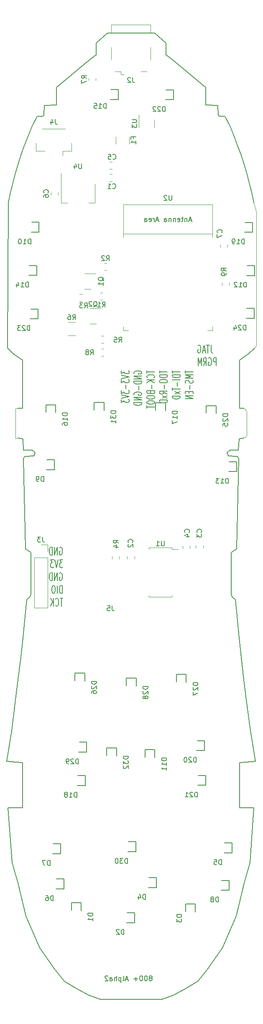
<source format=gbr>
%TF.GenerationSoftware,KiCad,Pcbnew,7.0.2*%
%TF.CreationDate,2024-05-06T14:06:20-04:00*%
%TF.ProjectId,800+,3830302b-2e6b-4696-9361-645f70636258,rev?*%
%TF.SameCoordinates,Original*%
%TF.FileFunction,Legend,Bot*%
%TF.FilePolarity,Positive*%
%FSLAX46Y46*%
G04 Gerber Fmt 4.6, Leading zero omitted, Abs format (unit mm)*
G04 Created by KiCad (PCBNEW 7.0.2) date 2024-05-06 14:06:20*
%MOMM*%
%LPD*%
G01*
G04 APERTURE LIST*
%ADD10C,0.150000*%
%ADD11C,0.120000*%
%TA.AperFunction,Profile*%
%ADD12C,0.200000*%
%TD*%
%TA.AperFunction,Profile*%
%ADD13C,0.100000*%
%TD*%
G04 APERTURE END LIST*
D10*
X117807143Y-101142190D02*
X117807143Y-102285047D01*
X117807143Y-102285047D02*
X117854762Y-102513619D01*
X117854762Y-102513619D02*
X117950000Y-102666000D01*
X117950000Y-102666000D02*
X118092857Y-102742190D01*
X118092857Y-102742190D02*
X118188095Y-102742190D01*
X117473809Y-101142190D02*
X116902381Y-101142190D01*
X117188095Y-102742190D02*
X117188095Y-101142190D01*
X116616666Y-102285047D02*
X116140476Y-102285047D01*
X116711904Y-102742190D02*
X116378571Y-101142190D01*
X116378571Y-101142190D02*
X116045238Y-102742190D01*
X115188095Y-101218380D02*
X115283333Y-101142190D01*
X115283333Y-101142190D02*
X115426190Y-101142190D01*
X115426190Y-101142190D02*
X115569047Y-101218380D01*
X115569047Y-101218380D02*
X115664285Y-101370761D01*
X115664285Y-101370761D02*
X115711904Y-101523142D01*
X115711904Y-101523142D02*
X115759523Y-101827904D01*
X115759523Y-101827904D02*
X115759523Y-102056476D01*
X115759523Y-102056476D02*
X115711904Y-102361238D01*
X115711904Y-102361238D02*
X115664285Y-102513619D01*
X115664285Y-102513619D02*
X115569047Y-102666000D01*
X115569047Y-102666000D02*
X115426190Y-102742190D01*
X115426190Y-102742190D02*
X115330952Y-102742190D01*
X115330952Y-102742190D02*
X115188095Y-102666000D01*
X115188095Y-102666000D02*
X115140476Y-102589809D01*
X115140476Y-102589809D02*
X115140476Y-102056476D01*
X115140476Y-102056476D02*
X115330952Y-102056476D01*
X118854761Y-105334190D02*
X118854761Y-103734190D01*
X118854761Y-103734190D02*
X118473809Y-103734190D01*
X118473809Y-103734190D02*
X118378571Y-103810380D01*
X118378571Y-103810380D02*
X118330952Y-103886571D01*
X118330952Y-103886571D02*
X118283333Y-104038952D01*
X118283333Y-104038952D02*
X118283333Y-104267523D01*
X118283333Y-104267523D02*
X118330952Y-104419904D01*
X118330952Y-104419904D02*
X118378571Y-104496095D01*
X118378571Y-104496095D02*
X118473809Y-104572285D01*
X118473809Y-104572285D02*
X118854761Y-104572285D01*
X117330952Y-103810380D02*
X117426190Y-103734190D01*
X117426190Y-103734190D02*
X117569047Y-103734190D01*
X117569047Y-103734190D02*
X117711904Y-103810380D01*
X117711904Y-103810380D02*
X117807142Y-103962761D01*
X117807142Y-103962761D02*
X117854761Y-104115142D01*
X117854761Y-104115142D02*
X117902380Y-104419904D01*
X117902380Y-104419904D02*
X117902380Y-104648476D01*
X117902380Y-104648476D02*
X117854761Y-104953238D01*
X117854761Y-104953238D02*
X117807142Y-105105619D01*
X117807142Y-105105619D02*
X117711904Y-105258000D01*
X117711904Y-105258000D02*
X117569047Y-105334190D01*
X117569047Y-105334190D02*
X117473809Y-105334190D01*
X117473809Y-105334190D02*
X117330952Y-105258000D01*
X117330952Y-105258000D02*
X117283333Y-105181809D01*
X117283333Y-105181809D02*
X117283333Y-104648476D01*
X117283333Y-104648476D02*
X117473809Y-104648476D01*
X116283333Y-105334190D02*
X116616666Y-104572285D01*
X116854761Y-105334190D02*
X116854761Y-103734190D01*
X116854761Y-103734190D02*
X116473809Y-103734190D01*
X116473809Y-103734190D02*
X116378571Y-103810380D01*
X116378571Y-103810380D02*
X116330952Y-103886571D01*
X116330952Y-103886571D02*
X116283333Y-104038952D01*
X116283333Y-104038952D02*
X116283333Y-104267523D01*
X116283333Y-104267523D02*
X116330952Y-104419904D01*
X116330952Y-104419904D02*
X116378571Y-104496095D01*
X116378571Y-104496095D02*
X116473809Y-104572285D01*
X116473809Y-104572285D02*
X116854761Y-104572285D01*
X115854761Y-105334190D02*
X115854761Y-103734190D01*
X115854761Y-103734190D02*
X115521428Y-104877047D01*
X115521428Y-104877047D02*
X115188095Y-103734190D01*
X115188095Y-103734190D02*
X115188095Y-105334190D01*
X99614190Y-106332857D02*
X99614190Y-106951904D01*
X99614190Y-106951904D02*
X100223714Y-106618571D01*
X100223714Y-106618571D02*
X100223714Y-106761428D01*
X100223714Y-106761428D02*
X100299904Y-106856666D01*
X100299904Y-106856666D02*
X100376095Y-106904285D01*
X100376095Y-106904285D02*
X100528476Y-106951904D01*
X100528476Y-106951904D02*
X100909428Y-106951904D01*
X100909428Y-106951904D02*
X101061809Y-106904285D01*
X101061809Y-106904285D02*
X101138000Y-106856666D01*
X101138000Y-106856666D02*
X101214190Y-106761428D01*
X101214190Y-106761428D02*
X101214190Y-106475714D01*
X101214190Y-106475714D02*
X101138000Y-106380476D01*
X101138000Y-106380476D02*
X101061809Y-106332857D01*
X99614190Y-107237619D02*
X101214190Y-107570952D01*
X101214190Y-107570952D02*
X99614190Y-107904285D01*
X99614190Y-108142381D02*
X99614190Y-108761428D01*
X99614190Y-108761428D02*
X100223714Y-108428095D01*
X100223714Y-108428095D02*
X100223714Y-108570952D01*
X100223714Y-108570952D02*
X100299904Y-108666190D01*
X100299904Y-108666190D02*
X100376095Y-108713809D01*
X100376095Y-108713809D02*
X100528476Y-108761428D01*
X100528476Y-108761428D02*
X100909428Y-108761428D01*
X100909428Y-108761428D02*
X101061809Y-108713809D01*
X101061809Y-108713809D02*
X101138000Y-108666190D01*
X101138000Y-108666190D02*
X101214190Y-108570952D01*
X101214190Y-108570952D02*
X101214190Y-108285238D01*
X101214190Y-108285238D02*
X101138000Y-108190000D01*
X101138000Y-108190000D02*
X101061809Y-108142381D01*
X100604666Y-109190000D02*
X100604666Y-109951905D01*
X99614190Y-110332857D02*
X99614190Y-110951904D01*
X99614190Y-110951904D02*
X100223714Y-110618571D01*
X100223714Y-110618571D02*
X100223714Y-110761428D01*
X100223714Y-110761428D02*
X100299904Y-110856666D01*
X100299904Y-110856666D02*
X100376095Y-110904285D01*
X100376095Y-110904285D02*
X100528476Y-110951904D01*
X100528476Y-110951904D02*
X100909428Y-110951904D01*
X100909428Y-110951904D02*
X101061809Y-110904285D01*
X101061809Y-110904285D02*
X101138000Y-110856666D01*
X101138000Y-110856666D02*
X101214190Y-110761428D01*
X101214190Y-110761428D02*
X101214190Y-110475714D01*
X101214190Y-110475714D02*
X101138000Y-110380476D01*
X101138000Y-110380476D02*
X101061809Y-110332857D01*
X99614190Y-111237619D02*
X101214190Y-111570952D01*
X101214190Y-111570952D02*
X99614190Y-111904285D01*
X99614190Y-112142381D02*
X99614190Y-112761428D01*
X99614190Y-112761428D02*
X100223714Y-112428095D01*
X100223714Y-112428095D02*
X100223714Y-112570952D01*
X100223714Y-112570952D02*
X100299904Y-112666190D01*
X100299904Y-112666190D02*
X100376095Y-112713809D01*
X100376095Y-112713809D02*
X100528476Y-112761428D01*
X100528476Y-112761428D02*
X100909428Y-112761428D01*
X100909428Y-112761428D02*
X101061809Y-112713809D01*
X101061809Y-112713809D02*
X101138000Y-112666190D01*
X101138000Y-112666190D02*
X101214190Y-112570952D01*
X101214190Y-112570952D02*
X101214190Y-112285238D01*
X101214190Y-112285238D02*
X101138000Y-112190000D01*
X101138000Y-112190000D02*
X101061809Y-112142381D01*
X102282380Y-106951904D02*
X102206190Y-106856666D01*
X102206190Y-106856666D02*
X102206190Y-106713809D01*
X102206190Y-106713809D02*
X102282380Y-106570952D01*
X102282380Y-106570952D02*
X102434761Y-106475714D01*
X102434761Y-106475714D02*
X102587142Y-106428095D01*
X102587142Y-106428095D02*
X102891904Y-106380476D01*
X102891904Y-106380476D02*
X103120476Y-106380476D01*
X103120476Y-106380476D02*
X103425238Y-106428095D01*
X103425238Y-106428095D02*
X103577619Y-106475714D01*
X103577619Y-106475714D02*
X103730000Y-106570952D01*
X103730000Y-106570952D02*
X103806190Y-106713809D01*
X103806190Y-106713809D02*
X103806190Y-106809047D01*
X103806190Y-106809047D02*
X103730000Y-106951904D01*
X103730000Y-106951904D02*
X103653809Y-106999523D01*
X103653809Y-106999523D02*
X103120476Y-106999523D01*
X103120476Y-106999523D02*
X103120476Y-106809047D01*
X103806190Y-107428095D02*
X102206190Y-107428095D01*
X102206190Y-107428095D02*
X103806190Y-107999523D01*
X103806190Y-107999523D02*
X102206190Y-107999523D01*
X103806190Y-108475714D02*
X102206190Y-108475714D01*
X102206190Y-108475714D02*
X102206190Y-108713809D01*
X102206190Y-108713809D02*
X102282380Y-108856666D01*
X102282380Y-108856666D02*
X102434761Y-108951904D01*
X102434761Y-108951904D02*
X102587142Y-108999523D01*
X102587142Y-108999523D02*
X102891904Y-109047142D01*
X102891904Y-109047142D02*
X103120476Y-109047142D01*
X103120476Y-109047142D02*
X103425238Y-108999523D01*
X103425238Y-108999523D02*
X103577619Y-108951904D01*
X103577619Y-108951904D02*
X103730000Y-108856666D01*
X103730000Y-108856666D02*
X103806190Y-108713809D01*
X103806190Y-108713809D02*
X103806190Y-108475714D01*
X103196666Y-109475714D02*
X103196666Y-110237619D01*
X102282380Y-111237618D02*
X102206190Y-111142380D01*
X102206190Y-111142380D02*
X102206190Y-110999523D01*
X102206190Y-110999523D02*
X102282380Y-110856666D01*
X102282380Y-110856666D02*
X102434761Y-110761428D01*
X102434761Y-110761428D02*
X102587142Y-110713809D01*
X102587142Y-110713809D02*
X102891904Y-110666190D01*
X102891904Y-110666190D02*
X103120476Y-110666190D01*
X103120476Y-110666190D02*
X103425238Y-110713809D01*
X103425238Y-110713809D02*
X103577619Y-110761428D01*
X103577619Y-110761428D02*
X103730000Y-110856666D01*
X103730000Y-110856666D02*
X103806190Y-110999523D01*
X103806190Y-110999523D02*
X103806190Y-111094761D01*
X103806190Y-111094761D02*
X103730000Y-111237618D01*
X103730000Y-111237618D02*
X103653809Y-111285237D01*
X103653809Y-111285237D02*
X103120476Y-111285237D01*
X103120476Y-111285237D02*
X103120476Y-111094761D01*
X103806190Y-111713809D02*
X102206190Y-111713809D01*
X102206190Y-111713809D02*
X103806190Y-112285237D01*
X103806190Y-112285237D02*
X102206190Y-112285237D01*
X103806190Y-112761428D02*
X102206190Y-112761428D01*
X102206190Y-112761428D02*
X102206190Y-112999523D01*
X102206190Y-112999523D02*
X102282380Y-113142380D01*
X102282380Y-113142380D02*
X102434761Y-113237618D01*
X102434761Y-113237618D02*
X102587142Y-113285237D01*
X102587142Y-113285237D02*
X102891904Y-113332856D01*
X102891904Y-113332856D02*
X103120476Y-113332856D01*
X103120476Y-113332856D02*
X103425238Y-113285237D01*
X103425238Y-113285237D02*
X103577619Y-113237618D01*
X103577619Y-113237618D02*
X103730000Y-113142380D01*
X103730000Y-113142380D02*
X103806190Y-112999523D01*
X103806190Y-112999523D02*
X103806190Y-112761428D01*
X104798190Y-106285238D02*
X104798190Y-106856666D01*
X106398190Y-106570952D02*
X104798190Y-106570952D01*
X106245809Y-107761428D02*
X106322000Y-107713809D01*
X106322000Y-107713809D02*
X106398190Y-107570952D01*
X106398190Y-107570952D02*
X106398190Y-107475714D01*
X106398190Y-107475714D02*
X106322000Y-107332857D01*
X106322000Y-107332857D02*
X106169619Y-107237619D01*
X106169619Y-107237619D02*
X106017238Y-107190000D01*
X106017238Y-107190000D02*
X105712476Y-107142381D01*
X105712476Y-107142381D02*
X105483904Y-107142381D01*
X105483904Y-107142381D02*
X105179142Y-107190000D01*
X105179142Y-107190000D02*
X105026761Y-107237619D01*
X105026761Y-107237619D02*
X104874380Y-107332857D01*
X104874380Y-107332857D02*
X104798190Y-107475714D01*
X104798190Y-107475714D02*
X104798190Y-107570952D01*
X104798190Y-107570952D02*
X104874380Y-107713809D01*
X104874380Y-107713809D02*
X104950571Y-107761428D01*
X106398190Y-108190000D02*
X104798190Y-108190000D01*
X106398190Y-108761428D02*
X105483904Y-108332857D01*
X104798190Y-108761428D02*
X105712476Y-108190000D01*
X105788666Y-109190000D02*
X105788666Y-109951905D01*
X105560095Y-110761428D02*
X105636285Y-110904285D01*
X105636285Y-110904285D02*
X105712476Y-110951904D01*
X105712476Y-110951904D02*
X105864857Y-110999523D01*
X105864857Y-110999523D02*
X106093428Y-110999523D01*
X106093428Y-110999523D02*
X106245809Y-110951904D01*
X106245809Y-110951904D02*
X106322000Y-110904285D01*
X106322000Y-110904285D02*
X106398190Y-110809047D01*
X106398190Y-110809047D02*
X106398190Y-110428095D01*
X106398190Y-110428095D02*
X104798190Y-110428095D01*
X104798190Y-110428095D02*
X104798190Y-110761428D01*
X104798190Y-110761428D02*
X104874380Y-110856666D01*
X104874380Y-110856666D02*
X104950571Y-110904285D01*
X104950571Y-110904285D02*
X105102952Y-110951904D01*
X105102952Y-110951904D02*
X105255333Y-110951904D01*
X105255333Y-110951904D02*
X105407714Y-110904285D01*
X105407714Y-110904285D02*
X105483904Y-110856666D01*
X105483904Y-110856666D02*
X105560095Y-110761428D01*
X105560095Y-110761428D02*
X105560095Y-110428095D01*
X104798190Y-111618571D02*
X104798190Y-111809047D01*
X104798190Y-111809047D02*
X104874380Y-111904285D01*
X104874380Y-111904285D02*
X105026761Y-111999523D01*
X105026761Y-111999523D02*
X105331523Y-112047142D01*
X105331523Y-112047142D02*
X105864857Y-112047142D01*
X105864857Y-112047142D02*
X106169619Y-111999523D01*
X106169619Y-111999523D02*
X106322000Y-111904285D01*
X106322000Y-111904285D02*
X106398190Y-111809047D01*
X106398190Y-111809047D02*
X106398190Y-111618571D01*
X106398190Y-111618571D02*
X106322000Y-111523333D01*
X106322000Y-111523333D02*
X106169619Y-111428095D01*
X106169619Y-111428095D02*
X105864857Y-111380476D01*
X105864857Y-111380476D02*
X105331523Y-111380476D01*
X105331523Y-111380476D02*
X105026761Y-111428095D01*
X105026761Y-111428095D02*
X104874380Y-111523333D01*
X104874380Y-111523333D02*
X104798190Y-111618571D01*
X104798190Y-112666190D02*
X104798190Y-112856666D01*
X104798190Y-112856666D02*
X104874380Y-112951904D01*
X104874380Y-112951904D02*
X105026761Y-113047142D01*
X105026761Y-113047142D02*
X105331523Y-113094761D01*
X105331523Y-113094761D02*
X105864857Y-113094761D01*
X105864857Y-113094761D02*
X106169619Y-113047142D01*
X106169619Y-113047142D02*
X106322000Y-112951904D01*
X106322000Y-112951904D02*
X106398190Y-112856666D01*
X106398190Y-112856666D02*
X106398190Y-112666190D01*
X106398190Y-112666190D02*
X106322000Y-112570952D01*
X106322000Y-112570952D02*
X106169619Y-112475714D01*
X106169619Y-112475714D02*
X105864857Y-112428095D01*
X105864857Y-112428095D02*
X105331523Y-112428095D01*
X105331523Y-112428095D02*
X105026761Y-112475714D01*
X105026761Y-112475714D02*
X104874380Y-112570952D01*
X104874380Y-112570952D02*
X104798190Y-112666190D01*
X104798190Y-113380476D02*
X104798190Y-113951904D01*
X106398190Y-113666190D02*
X104798190Y-113666190D01*
X107390190Y-106285238D02*
X107390190Y-106856666D01*
X108990190Y-106570952D02*
X107390190Y-106570952D01*
X108990190Y-107190000D02*
X107390190Y-107190000D01*
X107390190Y-107190000D02*
X107390190Y-107428095D01*
X107390190Y-107428095D02*
X107466380Y-107570952D01*
X107466380Y-107570952D02*
X107618761Y-107666190D01*
X107618761Y-107666190D02*
X107771142Y-107713809D01*
X107771142Y-107713809D02*
X108075904Y-107761428D01*
X108075904Y-107761428D02*
X108304476Y-107761428D01*
X108304476Y-107761428D02*
X108609238Y-107713809D01*
X108609238Y-107713809D02*
X108761619Y-107666190D01*
X108761619Y-107666190D02*
X108914000Y-107570952D01*
X108914000Y-107570952D02*
X108990190Y-107428095D01*
X108990190Y-107428095D02*
X108990190Y-107190000D01*
X107390190Y-108380476D02*
X107390190Y-108570952D01*
X107390190Y-108570952D02*
X107466380Y-108666190D01*
X107466380Y-108666190D02*
X107618761Y-108761428D01*
X107618761Y-108761428D02*
X107923523Y-108809047D01*
X107923523Y-108809047D02*
X108456857Y-108809047D01*
X108456857Y-108809047D02*
X108761619Y-108761428D01*
X108761619Y-108761428D02*
X108914000Y-108666190D01*
X108914000Y-108666190D02*
X108990190Y-108570952D01*
X108990190Y-108570952D02*
X108990190Y-108380476D01*
X108990190Y-108380476D02*
X108914000Y-108285238D01*
X108914000Y-108285238D02*
X108761619Y-108190000D01*
X108761619Y-108190000D02*
X108456857Y-108142381D01*
X108456857Y-108142381D02*
X107923523Y-108142381D01*
X107923523Y-108142381D02*
X107618761Y-108190000D01*
X107618761Y-108190000D02*
X107466380Y-108285238D01*
X107466380Y-108285238D02*
X107390190Y-108380476D01*
X108380666Y-109237619D02*
X108380666Y-109999524D01*
X108990190Y-111047142D02*
X108228285Y-110713809D01*
X108990190Y-110475714D02*
X107390190Y-110475714D01*
X107390190Y-110475714D02*
X107390190Y-110856666D01*
X107390190Y-110856666D02*
X107466380Y-110951904D01*
X107466380Y-110951904D02*
X107542571Y-110999523D01*
X107542571Y-110999523D02*
X107694952Y-111047142D01*
X107694952Y-111047142D02*
X107923523Y-111047142D01*
X107923523Y-111047142D02*
X108075904Y-110999523D01*
X108075904Y-110999523D02*
X108152095Y-110951904D01*
X108152095Y-110951904D02*
X108228285Y-110856666D01*
X108228285Y-110856666D02*
X108228285Y-110475714D01*
X108990190Y-111380476D02*
X107923523Y-111904285D01*
X107923523Y-111380476D02*
X108990190Y-111904285D01*
X108990190Y-112285238D02*
X107390190Y-112285238D01*
X107390190Y-112285238D02*
X107390190Y-112523333D01*
X107390190Y-112523333D02*
X107466380Y-112666190D01*
X107466380Y-112666190D02*
X107618761Y-112761428D01*
X107618761Y-112761428D02*
X107771142Y-112809047D01*
X107771142Y-112809047D02*
X108075904Y-112856666D01*
X108075904Y-112856666D02*
X108304476Y-112856666D01*
X108304476Y-112856666D02*
X108609238Y-112809047D01*
X108609238Y-112809047D02*
X108761619Y-112761428D01*
X108761619Y-112761428D02*
X108914000Y-112666190D01*
X108914000Y-112666190D02*
X108990190Y-112523333D01*
X108990190Y-112523333D02*
X108990190Y-112285238D01*
X109982190Y-106285238D02*
X109982190Y-106856666D01*
X111582190Y-106570952D02*
X109982190Y-106570952D01*
X111582190Y-107190000D02*
X109982190Y-107190000D01*
X109982190Y-107190000D02*
X109982190Y-107428095D01*
X109982190Y-107428095D02*
X110058380Y-107570952D01*
X110058380Y-107570952D02*
X110210761Y-107666190D01*
X110210761Y-107666190D02*
X110363142Y-107713809D01*
X110363142Y-107713809D02*
X110667904Y-107761428D01*
X110667904Y-107761428D02*
X110896476Y-107761428D01*
X110896476Y-107761428D02*
X111201238Y-107713809D01*
X111201238Y-107713809D02*
X111353619Y-107666190D01*
X111353619Y-107666190D02*
X111506000Y-107570952D01*
X111506000Y-107570952D02*
X111582190Y-107428095D01*
X111582190Y-107428095D02*
X111582190Y-107190000D01*
X111582190Y-108190000D02*
X109982190Y-108190000D01*
X110972666Y-108666190D02*
X110972666Y-109428095D01*
X109982190Y-109761428D02*
X109982190Y-110332856D01*
X111582190Y-110047142D02*
X109982190Y-110047142D01*
X111582190Y-110570952D02*
X110515523Y-111094761D01*
X110515523Y-110570952D02*
X111582190Y-111094761D01*
X111582190Y-111475714D02*
X109982190Y-111475714D01*
X109982190Y-111475714D02*
X109982190Y-111713809D01*
X109982190Y-111713809D02*
X110058380Y-111856666D01*
X110058380Y-111856666D02*
X110210761Y-111951904D01*
X110210761Y-111951904D02*
X110363142Y-111999523D01*
X110363142Y-111999523D02*
X110667904Y-112047142D01*
X110667904Y-112047142D02*
X110896476Y-112047142D01*
X110896476Y-112047142D02*
X111201238Y-111999523D01*
X111201238Y-111999523D02*
X111353619Y-111951904D01*
X111353619Y-111951904D02*
X111506000Y-111856666D01*
X111506000Y-111856666D02*
X111582190Y-111713809D01*
X111582190Y-111713809D02*
X111582190Y-111475714D01*
X112574190Y-106285238D02*
X112574190Y-106856666D01*
X114174190Y-106570952D02*
X112574190Y-106570952D01*
X114174190Y-107190000D02*
X112574190Y-107190000D01*
X112574190Y-107190000D02*
X113717047Y-107523333D01*
X113717047Y-107523333D02*
X112574190Y-107856666D01*
X112574190Y-107856666D02*
X114174190Y-107856666D01*
X114098000Y-108285238D02*
X114174190Y-108428095D01*
X114174190Y-108428095D02*
X114174190Y-108666190D01*
X114174190Y-108666190D02*
X114098000Y-108761428D01*
X114098000Y-108761428D02*
X114021809Y-108809047D01*
X114021809Y-108809047D02*
X113869428Y-108856666D01*
X113869428Y-108856666D02*
X113717047Y-108856666D01*
X113717047Y-108856666D02*
X113564666Y-108809047D01*
X113564666Y-108809047D02*
X113488476Y-108761428D01*
X113488476Y-108761428D02*
X113412285Y-108666190D01*
X113412285Y-108666190D02*
X113336095Y-108475714D01*
X113336095Y-108475714D02*
X113259904Y-108380476D01*
X113259904Y-108380476D02*
X113183714Y-108332857D01*
X113183714Y-108332857D02*
X113031333Y-108285238D01*
X113031333Y-108285238D02*
X112878952Y-108285238D01*
X112878952Y-108285238D02*
X112726571Y-108332857D01*
X112726571Y-108332857D02*
X112650380Y-108380476D01*
X112650380Y-108380476D02*
X112574190Y-108475714D01*
X112574190Y-108475714D02*
X112574190Y-108713809D01*
X112574190Y-108713809D02*
X112650380Y-108856666D01*
X113564666Y-109285238D02*
X113564666Y-110047143D01*
X113336095Y-110523333D02*
X113336095Y-110856666D01*
X114174190Y-110999523D02*
X114174190Y-110523333D01*
X114174190Y-110523333D02*
X112574190Y-110523333D01*
X112574190Y-110523333D02*
X112574190Y-110999523D01*
X114174190Y-111428095D02*
X112574190Y-111428095D01*
X112574190Y-111428095D02*
X114174190Y-111999523D01*
X114174190Y-111999523D02*
X112574190Y-111999523D01*
X87158095Y-142102380D02*
X87253333Y-142026190D01*
X87253333Y-142026190D02*
X87396190Y-142026190D01*
X87396190Y-142026190D02*
X87539047Y-142102380D01*
X87539047Y-142102380D02*
X87634285Y-142254761D01*
X87634285Y-142254761D02*
X87681904Y-142407142D01*
X87681904Y-142407142D02*
X87729523Y-142711904D01*
X87729523Y-142711904D02*
X87729523Y-142940476D01*
X87729523Y-142940476D02*
X87681904Y-143245238D01*
X87681904Y-143245238D02*
X87634285Y-143397619D01*
X87634285Y-143397619D02*
X87539047Y-143550000D01*
X87539047Y-143550000D02*
X87396190Y-143626190D01*
X87396190Y-143626190D02*
X87300952Y-143626190D01*
X87300952Y-143626190D02*
X87158095Y-143550000D01*
X87158095Y-143550000D02*
X87110476Y-143473809D01*
X87110476Y-143473809D02*
X87110476Y-142940476D01*
X87110476Y-142940476D02*
X87300952Y-142940476D01*
X86681904Y-143626190D02*
X86681904Y-142026190D01*
X86681904Y-142026190D02*
X86110476Y-143626190D01*
X86110476Y-143626190D02*
X86110476Y-142026190D01*
X85634285Y-143626190D02*
X85634285Y-142026190D01*
X85634285Y-142026190D02*
X85396190Y-142026190D01*
X85396190Y-142026190D02*
X85253333Y-142102380D01*
X85253333Y-142102380D02*
X85158095Y-142254761D01*
X85158095Y-142254761D02*
X85110476Y-142407142D01*
X85110476Y-142407142D02*
X85062857Y-142711904D01*
X85062857Y-142711904D02*
X85062857Y-142940476D01*
X85062857Y-142940476D02*
X85110476Y-143245238D01*
X85110476Y-143245238D02*
X85158095Y-143397619D01*
X85158095Y-143397619D02*
X85253333Y-143550000D01*
X85253333Y-143550000D02*
X85396190Y-143626190D01*
X85396190Y-143626190D02*
X85634285Y-143626190D01*
X87777142Y-144618190D02*
X87158095Y-144618190D01*
X87158095Y-144618190D02*
X87491428Y-145227714D01*
X87491428Y-145227714D02*
X87348571Y-145227714D01*
X87348571Y-145227714D02*
X87253333Y-145303904D01*
X87253333Y-145303904D02*
X87205714Y-145380095D01*
X87205714Y-145380095D02*
X87158095Y-145532476D01*
X87158095Y-145532476D02*
X87158095Y-145913428D01*
X87158095Y-145913428D02*
X87205714Y-146065809D01*
X87205714Y-146065809D02*
X87253333Y-146142000D01*
X87253333Y-146142000D02*
X87348571Y-146218190D01*
X87348571Y-146218190D02*
X87634285Y-146218190D01*
X87634285Y-146218190D02*
X87729523Y-146142000D01*
X87729523Y-146142000D02*
X87777142Y-146065809D01*
X86872380Y-144618190D02*
X86539047Y-146218190D01*
X86539047Y-146218190D02*
X86205714Y-144618190D01*
X85967618Y-144618190D02*
X85348571Y-144618190D01*
X85348571Y-144618190D02*
X85681904Y-145227714D01*
X85681904Y-145227714D02*
X85539047Y-145227714D01*
X85539047Y-145227714D02*
X85443809Y-145303904D01*
X85443809Y-145303904D02*
X85396190Y-145380095D01*
X85396190Y-145380095D02*
X85348571Y-145532476D01*
X85348571Y-145532476D02*
X85348571Y-145913428D01*
X85348571Y-145913428D02*
X85396190Y-146065809D01*
X85396190Y-146065809D02*
X85443809Y-146142000D01*
X85443809Y-146142000D02*
X85539047Y-146218190D01*
X85539047Y-146218190D02*
X85824761Y-146218190D01*
X85824761Y-146218190D02*
X85919999Y-146142000D01*
X85919999Y-146142000D02*
X85967618Y-146065809D01*
X87158095Y-147286380D02*
X87253333Y-147210190D01*
X87253333Y-147210190D02*
X87396190Y-147210190D01*
X87396190Y-147210190D02*
X87539047Y-147286380D01*
X87539047Y-147286380D02*
X87634285Y-147438761D01*
X87634285Y-147438761D02*
X87681904Y-147591142D01*
X87681904Y-147591142D02*
X87729523Y-147895904D01*
X87729523Y-147895904D02*
X87729523Y-148124476D01*
X87729523Y-148124476D02*
X87681904Y-148429238D01*
X87681904Y-148429238D02*
X87634285Y-148581619D01*
X87634285Y-148581619D02*
X87539047Y-148734000D01*
X87539047Y-148734000D02*
X87396190Y-148810190D01*
X87396190Y-148810190D02*
X87300952Y-148810190D01*
X87300952Y-148810190D02*
X87158095Y-148734000D01*
X87158095Y-148734000D02*
X87110476Y-148657809D01*
X87110476Y-148657809D02*
X87110476Y-148124476D01*
X87110476Y-148124476D02*
X87300952Y-148124476D01*
X86681904Y-148810190D02*
X86681904Y-147210190D01*
X86681904Y-147210190D02*
X86110476Y-148810190D01*
X86110476Y-148810190D02*
X86110476Y-147210190D01*
X85634285Y-148810190D02*
X85634285Y-147210190D01*
X85634285Y-147210190D02*
X85396190Y-147210190D01*
X85396190Y-147210190D02*
X85253333Y-147286380D01*
X85253333Y-147286380D02*
X85158095Y-147438761D01*
X85158095Y-147438761D02*
X85110476Y-147591142D01*
X85110476Y-147591142D02*
X85062857Y-147895904D01*
X85062857Y-147895904D02*
X85062857Y-148124476D01*
X85062857Y-148124476D02*
X85110476Y-148429238D01*
X85110476Y-148429238D02*
X85158095Y-148581619D01*
X85158095Y-148581619D02*
X85253333Y-148734000D01*
X85253333Y-148734000D02*
X85396190Y-148810190D01*
X85396190Y-148810190D02*
X85634285Y-148810190D01*
X87681904Y-151402190D02*
X87681904Y-149802190D01*
X87681904Y-149802190D02*
X87443809Y-149802190D01*
X87443809Y-149802190D02*
X87300952Y-149878380D01*
X87300952Y-149878380D02*
X87205714Y-150030761D01*
X87205714Y-150030761D02*
X87158095Y-150183142D01*
X87158095Y-150183142D02*
X87110476Y-150487904D01*
X87110476Y-150487904D02*
X87110476Y-150716476D01*
X87110476Y-150716476D02*
X87158095Y-151021238D01*
X87158095Y-151021238D02*
X87205714Y-151173619D01*
X87205714Y-151173619D02*
X87300952Y-151326000D01*
X87300952Y-151326000D02*
X87443809Y-151402190D01*
X87443809Y-151402190D02*
X87681904Y-151402190D01*
X86681904Y-151402190D02*
X86681904Y-149802190D01*
X86015238Y-149802190D02*
X85824762Y-149802190D01*
X85824762Y-149802190D02*
X85729524Y-149878380D01*
X85729524Y-149878380D02*
X85634286Y-150030761D01*
X85634286Y-150030761D02*
X85586667Y-150335523D01*
X85586667Y-150335523D02*
X85586667Y-150868857D01*
X85586667Y-150868857D02*
X85634286Y-151173619D01*
X85634286Y-151173619D02*
X85729524Y-151326000D01*
X85729524Y-151326000D02*
X85824762Y-151402190D01*
X85824762Y-151402190D02*
X86015238Y-151402190D01*
X86015238Y-151402190D02*
X86110476Y-151326000D01*
X86110476Y-151326000D02*
X86205714Y-151173619D01*
X86205714Y-151173619D02*
X86253333Y-150868857D01*
X86253333Y-150868857D02*
X86253333Y-150335523D01*
X86253333Y-150335523D02*
X86205714Y-150030761D01*
X86205714Y-150030761D02*
X86110476Y-149878380D01*
X86110476Y-149878380D02*
X86015238Y-149802190D01*
X87824761Y-152394190D02*
X87253333Y-152394190D01*
X87539047Y-153994190D02*
X87539047Y-152394190D01*
X86348571Y-153841809D02*
X86396190Y-153918000D01*
X86396190Y-153918000D02*
X86539047Y-153994190D01*
X86539047Y-153994190D02*
X86634285Y-153994190D01*
X86634285Y-153994190D02*
X86777142Y-153918000D01*
X86777142Y-153918000D02*
X86872380Y-153765619D01*
X86872380Y-153765619D02*
X86919999Y-153613238D01*
X86919999Y-153613238D02*
X86967618Y-153308476D01*
X86967618Y-153308476D02*
X86967618Y-153079904D01*
X86967618Y-153079904D02*
X86919999Y-152775142D01*
X86919999Y-152775142D02*
X86872380Y-152622761D01*
X86872380Y-152622761D02*
X86777142Y-152470380D01*
X86777142Y-152470380D02*
X86634285Y-152394190D01*
X86634285Y-152394190D02*
X86539047Y-152394190D01*
X86539047Y-152394190D02*
X86396190Y-152470380D01*
X86396190Y-152470380D02*
X86348571Y-152546571D01*
X85919999Y-153994190D02*
X85919999Y-152394190D01*
X85348571Y-153994190D02*
X85777142Y-153079904D01*
X85348571Y-152394190D02*
X85919999Y-153308476D01*
X105679047Y-229246190D02*
X105774285Y-229198571D01*
X105774285Y-229198571D02*
X105821904Y-229150952D01*
X105821904Y-229150952D02*
X105869523Y-229055714D01*
X105869523Y-229055714D02*
X105869523Y-229008095D01*
X105869523Y-229008095D02*
X105821904Y-228912857D01*
X105821904Y-228912857D02*
X105774285Y-228865238D01*
X105774285Y-228865238D02*
X105679047Y-228817619D01*
X105679047Y-228817619D02*
X105488571Y-228817619D01*
X105488571Y-228817619D02*
X105393333Y-228865238D01*
X105393333Y-228865238D02*
X105345714Y-228912857D01*
X105345714Y-228912857D02*
X105298095Y-229008095D01*
X105298095Y-229008095D02*
X105298095Y-229055714D01*
X105298095Y-229055714D02*
X105345714Y-229150952D01*
X105345714Y-229150952D02*
X105393333Y-229198571D01*
X105393333Y-229198571D02*
X105488571Y-229246190D01*
X105488571Y-229246190D02*
X105679047Y-229246190D01*
X105679047Y-229246190D02*
X105774285Y-229293809D01*
X105774285Y-229293809D02*
X105821904Y-229341428D01*
X105821904Y-229341428D02*
X105869523Y-229436666D01*
X105869523Y-229436666D02*
X105869523Y-229627142D01*
X105869523Y-229627142D02*
X105821904Y-229722380D01*
X105821904Y-229722380D02*
X105774285Y-229770000D01*
X105774285Y-229770000D02*
X105679047Y-229817619D01*
X105679047Y-229817619D02*
X105488571Y-229817619D01*
X105488571Y-229817619D02*
X105393333Y-229770000D01*
X105393333Y-229770000D02*
X105345714Y-229722380D01*
X105345714Y-229722380D02*
X105298095Y-229627142D01*
X105298095Y-229627142D02*
X105298095Y-229436666D01*
X105298095Y-229436666D02*
X105345714Y-229341428D01*
X105345714Y-229341428D02*
X105393333Y-229293809D01*
X105393333Y-229293809D02*
X105488571Y-229246190D01*
X104679047Y-228817619D02*
X104583809Y-228817619D01*
X104583809Y-228817619D02*
X104488571Y-228865238D01*
X104488571Y-228865238D02*
X104440952Y-228912857D01*
X104440952Y-228912857D02*
X104393333Y-229008095D01*
X104393333Y-229008095D02*
X104345714Y-229198571D01*
X104345714Y-229198571D02*
X104345714Y-229436666D01*
X104345714Y-229436666D02*
X104393333Y-229627142D01*
X104393333Y-229627142D02*
X104440952Y-229722380D01*
X104440952Y-229722380D02*
X104488571Y-229770000D01*
X104488571Y-229770000D02*
X104583809Y-229817619D01*
X104583809Y-229817619D02*
X104679047Y-229817619D01*
X104679047Y-229817619D02*
X104774285Y-229770000D01*
X104774285Y-229770000D02*
X104821904Y-229722380D01*
X104821904Y-229722380D02*
X104869523Y-229627142D01*
X104869523Y-229627142D02*
X104917142Y-229436666D01*
X104917142Y-229436666D02*
X104917142Y-229198571D01*
X104917142Y-229198571D02*
X104869523Y-229008095D01*
X104869523Y-229008095D02*
X104821904Y-228912857D01*
X104821904Y-228912857D02*
X104774285Y-228865238D01*
X104774285Y-228865238D02*
X104679047Y-228817619D01*
X103726666Y-228817619D02*
X103631428Y-228817619D01*
X103631428Y-228817619D02*
X103536190Y-228865238D01*
X103536190Y-228865238D02*
X103488571Y-228912857D01*
X103488571Y-228912857D02*
X103440952Y-229008095D01*
X103440952Y-229008095D02*
X103393333Y-229198571D01*
X103393333Y-229198571D02*
X103393333Y-229436666D01*
X103393333Y-229436666D02*
X103440952Y-229627142D01*
X103440952Y-229627142D02*
X103488571Y-229722380D01*
X103488571Y-229722380D02*
X103536190Y-229770000D01*
X103536190Y-229770000D02*
X103631428Y-229817619D01*
X103631428Y-229817619D02*
X103726666Y-229817619D01*
X103726666Y-229817619D02*
X103821904Y-229770000D01*
X103821904Y-229770000D02*
X103869523Y-229722380D01*
X103869523Y-229722380D02*
X103917142Y-229627142D01*
X103917142Y-229627142D02*
X103964761Y-229436666D01*
X103964761Y-229436666D02*
X103964761Y-229198571D01*
X103964761Y-229198571D02*
X103917142Y-229008095D01*
X103917142Y-229008095D02*
X103869523Y-228912857D01*
X103869523Y-228912857D02*
X103821904Y-228865238D01*
X103821904Y-228865238D02*
X103726666Y-228817619D01*
X102964761Y-229436666D02*
X102202857Y-229436666D01*
X102583809Y-229817619D02*
X102583809Y-229055714D01*
X101012380Y-229531904D02*
X100536190Y-229531904D01*
X101107618Y-229817619D02*
X100774285Y-228817619D01*
X100774285Y-228817619D02*
X100440952Y-229817619D01*
X99964761Y-229817619D02*
X100059999Y-229770000D01*
X100059999Y-229770000D02*
X100107618Y-229674761D01*
X100107618Y-229674761D02*
X100107618Y-228817619D01*
X99583808Y-229150952D02*
X99583808Y-230150952D01*
X99583808Y-229198571D02*
X99488570Y-229150952D01*
X99488570Y-229150952D02*
X99298094Y-229150952D01*
X99298094Y-229150952D02*
X99202856Y-229198571D01*
X99202856Y-229198571D02*
X99155237Y-229246190D01*
X99155237Y-229246190D02*
X99107618Y-229341428D01*
X99107618Y-229341428D02*
X99107618Y-229627142D01*
X99107618Y-229627142D02*
X99155237Y-229722380D01*
X99155237Y-229722380D02*
X99202856Y-229770000D01*
X99202856Y-229770000D02*
X99298094Y-229817619D01*
X99298094Y-229817619D02*
X99488570Y-229817619D01*
X99488570Y-229817619D02*
X99583808Y-229770000D01*
X98679046Y-229817619D02*
X98679046Y-228817619D01*
X98250475Y-229817619D02*
X98250475Y-229293809D01*
X98250475Y-229293809D02*
X98298094Y-229198571D01*
X98298094Y-229198571D02*
X98393332Y-229150952D01*
X98393332Y-229150952D02*
X98536189Y-229150952D01*
X98536189Y-229150952D02*
X98631427Y-229198571D01*
X98631427Y-229198571D02*
X98679046Y-229246190D01*
X97345713Y-229817619D02*
X97345713Y-229293809D01*
X97345713Y-229293809D02*
X97393332Y-229198571D01*
X97393332Y-229198571D02*
X97488570Y-229150952D01*
X97488570Y-229150952D02*
X97679046Y-229150952D01*
X97679046Y-229150952D02*
X97774284Y-229198571D01*
X97345713Y-229770000D02*
X97440951Y-229817619D01*
X97440951Y-229817619D02*
X97679046Y-229817619D01*
X97679046Y-229817619D02*
X97774284Y-229770000D01*
X97774284Y-229770000D02*
X97821903Y-229674761D01*
X97821903Y-229674761D02*
X97821903Y-229579523D01*
X97821903Y-229579523D02*
X97774284Y-229484285D01*
X97774284Y-229484285D02*
X97679046Y-229436666D01*
X97679046Y-229436666D02*
X97440951Y-229436666D01*
X97440951Y-229436666D02*
X97345713Y-229389047D01*
X96917141Y-228912857D02*
X96869522Y-228865238D01*
X96869522Y-228865238D02*
X96774284Y-228817619D01*
X96774284Y-228817619D02*
X96536189Y-228817619D01*
X96536189Y-228817619D02*
X96440951Y-228865238D01*
X96440951Y-228865238D02*
X96393332Y-228912857D01*
X96393332Y-228912857D02*
X96345713Y-229008095D01*
X96345713Y-229008095D02*
X96345713Y-229103333D01*
X96345713Y-229103333D02*
X96393332Y-229246190D01*
X96393332Y-229246190D02*
X96964760Y-229817619D01*
X96964760Y-229817619D02*
X96345713Y-229817619D01*
%TO.C,R9*%
X120892619Y-86143333D02*
X120416428Y-85810000D01*
X120892619Y-85571905D02*
X119892619Y-85571905D01*
X119892619Y-85571905D02*
X119892619Y-85952857D01*
X119892619Y-85952857D02*
X119940238Y-86048095D01*
X119940238Y-86048095D02*
X119987857Y-86095714D01*
X119987857Y-86095714D02*
X120083095Y-86143333D01*
X120083095Y-86143333D02*
X120225952Y-86143333D01*
X120225952Y-86143333D02*
X120321190Y-86095714D01*
X120321190Y-86095714D02*
X120368809Y-86048095D01*
X120368809Y-86048095D02*
X120416428Y-85952857D01*
X120416428Y-85952857D02*
X120416428Y-85571905D01*
X120892619Y-86619524D02*
X120892619Y-86810000D01*
X120892619Y-86810000D02*
X120845000Y-86905238D01*
X120845000Y-86905238D02*
X120797380Y-86952857D01*
X120797380Y-86952857D02*
X120654523Y-87048095D01*
X120654523Y-87048095D02*
X120464047Y-87095714D01*
X120464047Y-87095714D02*
X120083095Y-87095714D01*
X120083095Y-87095714D02*
X119987857Y-87048095D01*
X119987857Y-87048095D02*
X119940238Y-87000476D01*
X119940238Y-87000476D02*
X119892619Y-86905238D01*
X119892619Y-86905238D02*
X119892619Y-86714762D01*
X119892619Y-86714762D02*
X119940238Y-86619524D01*
X119940238Y-86619524D02*
X119987857Y-86571905D01*
X119987857Y-86571905D02*
X120083095Y-86524286D01*
X120083095Y-86524286D02*
X120321190Y-86524286D01*
X120321190Y-86524286D02*
X120416428Y-86571905D01*
X120416428Y-86571905D02*
X120464047Y-86619524D01*
X120464047Y-86619524D02*
X120511666Y-86714762D01*
X120511666Y-86714762D02*
X120511666Y-86905238D01*
X120511666Y-86905238D02*
X120464047Y-87000476D01*
X120464047Y-87000476D02*
X120416428Y-87048095D01*
X120416428Y-87048095D02*
X120321190Y-87095714D01*
%TO.C,U2*%
X109861904Y-70852619D02*
X109861904Y-71662142D01*
X109861904Y-71662142D02*
X109814285Y-71757380D01*
X109814285Y-71757380D02*
X109766666Y-71805000D01*
X109766666Y-71805000D02*
X109671428Y-71852619D01*
X109671428Y-71852619D02*
X109480952Y-71852619D01*
X109480952Y-71852619D02*
X109385714Y-71805000D01*
X109385714Y-71805000D02*
X109338095Y-71757380D01*
X109338095Y-71757380D02*
X109290476Y-71662142D01*
X109290476Y-71662142D02*
X109290476Y-70852619D01*
X108861904Y-70947857D02*
X108814285Y-70900238D01*
X108814285Y-70900238D02*
X108719047Y-70852619D01*
X108719047Y-70852619D02*
X108480952Y-70852619D01*
X108480952Y-70852619D02*
X108385714Y-70900238D01*
X108385714Y-70900238D02*
X108338095Y-70947857D01*
X108338095Y-70947857D02*
X108290476Y-71043095D01*
X108290476Y-71043095D02*
X108290476Y-71138333D01*
X108290476Y-71138333D02*
X108338095Y-71281190D01*
X108338095Y-71281190D02*
X108909523Y-71852619D01*
X108909523Y-71852619D02*
X108290476Y-71852619D01*
X113861905Y-75866904D02*
X113385715Y-75866904D01*
X113957143Y-76152619D02*
X113623810Y-75152619D01*
X113623810Y-75152619D02*
X113290477Y-76152619D01*
X112957143Y-75485952D02*
X112957143Y-76152619D01*
X112957143Y-75581190D02*
X112909524Y-75533571D01*
X112909524Y-75533571D02*
X112814286Y-75485952D01*
X112814286Y-75485952D02*
X112671429Y-75485952D01*
X112671429Y-75485952D02*
X112576191Y-75533571D01*
X112576191Y-75533571D02*
X112528572Y-75628809D01*
X112528572Y-75628809D02*
X112528572Y-76152619D01*
X112195238Y-75485952D02*
X111814286Y-75485952D01*
X112052381Y-75152619D02*
X112052381Y-76009761D01*
X112052381Y-76009761D02*
X112004762Y-76105000D01*
X112004762Y-76105000D02*
X111909524Y-76152619D01*
X111909524Y-76152619D02*
X111814286Y-76152619D01*
X111100000Y-76105000D02*
X111195238Y-76152619D01*
X111195238Y-76152619D02*
X111385714Y-76152619D01*
X111385714Y-76152619D02*
X111480952Y-76105000D01*
X111480952Y-76105000D02*
X111528571Y-76009761D01*
X111528571Y-76009761D02*
X111528571Y-75628809D01*
X111528571Y-75628809D02*
X111480952Y-75533571D01*
X111480952Y-75533571D02*
X111385714Y-75485952D01*
X111385714Y-75485952D02*
X111195238Y-75485952D01*
X111195238Y-75485952D02*
X111100000Y-75533571D01*
X111100000Y-75533571D02*
X111052381Y-75628809D01*
X111052381Y-75628809D02*
X111052381Y-75724047D01*
X111052381Y-75724047D02*
X111528571Y-75819285D01*
X110623809Y-75485952D02*
X110623809Y-76152619D01*
X110623809Y-75581190D02*
X110576190Y-75533571D01*
X110576190Y-75533571D02*
X110480952Y-75485952D01*
X110480952Y-75485952D02*
X110338095Y-75485952D01*
X110338095Y-75485952D02*
X110242857Y-75533571D01*
X110242857Y-75533571D02*
X110195238Y-75628809D01*
X110195238Y-75628809D02*
X110195238Y-76152619D01*
X109719047Y-75485952D02*
X109719047Y-76152619D01*
X109719047Y-75581190D02*
X109671428Y-75533571D01*
X109671428Y-75533571D02*
X109576190Y-75485952D01*
X109576190Y-75485952D02*
X109433333Y-75485952D01*
X109433333Y-75485952D02*
X109338095Y-75533571D01*
X109338095Y-75533571D02*
X109290476Y-75628809D01*
X109290476Y-75628809D02*
X109290476Y-76152619D01*
X108385714Y-76152619D02*
X108385714Y-75628809D01*
X108385714Y-75628809D02*
X108433333Y-75533571D01*
X108433333Y-75533571D02*
X108528571Y-75485952D01*
X108528571Y-75485952D02*
X108719047Y-75485952D01*
X108719047Y-75485952D02*
X108814285Y-75533571D01*
X108385714Y-76105000D02*
X108480952Y-76152619D01*
X108480952Y-76152619D02*
X108719047Y-76152619D01*
X108719047Y-76152619D02*
X108814285Y-76105000D01*
X108814285Y-76105000D02*
X108861904Y-76009761D01*
X108861904Y-76009761D02*
X108861904Y-75914523D01*
X108861904Y-75914523D02*
X108814285Y-75819285D01*
X108814285Y-75819285D02*
X108719047Y-75771666D01*
X108719047Y-75771666D02*
X108480952Y-75771666D01*
X108480952Y-75771666D02*
X108385714Y-75724047D01*
X107195237Y-75866904D02*
X106719047Y-75866904D01*
X107290475Y-76152619D02*
X106957142Y-75152619D01*
X106957142Y-75152619D02*
X106623809Y-76152619D01*
X106290475Y-76152619D02*
X106290475Y-75485952D01*
X106290475Y-75676428D02*
X106242856Y-75581190D01*
X106242856Y-75581190D02*
X106195237Y-75533571D01*
X106195237Y-75533571D02*
X106099999Y-75485952D01*
X106099999Y-75485952D02*
X106004761Y-75485952D01*
X105290475Y-76105000D02*
X105385713Y-76152619D01*
X105385713Y-76152619D02*
X105576189Y-76152619D01*
X105576189Y-76152619D02*
X105671427Y-76105000D01*
X105671427Y-76105000D02*
X105719046Y-76009761D01*
X105719046Y-76009761D02*
X105719046Y-75628809D01*
X105719046Y-75628809D02*
X105671427Y-75533571D01*
X105671427Y-75533571D02*
X105576189Y-75485952D01*
X105576189Y-75485952D02*
X105385713Y-75485952D01*
X105385713Y-75485952D02*
X105290475Y-75533571D01*
X105290475Y-75533571D02*
X105242856Y-75628809D01*
X105242856Y-75628809D02*
X105242856Y-75724047D01*
X105242856Y-75724047D02*
X105719046Y-75819285D01*
X104385713Y-76152619D02*
X104385713Y-75628809D01*
X104385713Y-75628809D02*
X104433332Y-75533571D01*
X104433332Y-75533571D02*
X104528570Y-75485952D01*
X104528570Y-75485952D02*
X104719046Y-75485952D01*
X104719046Y-75485952D02*
X104814284Y-75533571D01*
X104385713Y-76105000D02*
X104480951Y-76152619D01*
X104480951Y-76152619D02*
X104719046Y-76152619D01*
X104719046Y-76152619D02*
X104814284Y-76105000D01*
X104814284Y-76105000D02*
X104861903Y-76009761D01*
X104861903Y-76009761D02*
X104861903Y-75914523D01*
X104861903Y-75914523D02*
X104814284Y-75819285D01*
X104814284Y-75819285D02*
X104719046Y-75771666D01*
X104719046Y-75771666D02*
X104480951Y-75771666D01*
X104480951Y-75771666D02*
X104385713Y-75724047D01*
%TO.C,D32*%
X101042619Y-184385714D02*
X100042619Y-184385714D01*
X100042619Y-184385714D02*
X100042619Y-184623809D01*
X100042619Y-184623809D02*
X100090238Y-184766666D01*
X100090238Y-184766666D02*
X100185476Y-184861904D01*
X100185476Y-184861904D02*
X100280714Y-184909523D01*
X100280714Y-184909523D02*
X100471190Y-184957142D01*
X100471190Y-184957142D02*
X100614047Y-184957142D01*
X100614047Y-184957142D02*
X100804523Y-184909523D01*
X100804523Y-184909523D02*
X100899761Y-184861904D01*
X100899761Y-184861904D02*
X100995000Y-184766666D01*
X100995000Y-184766666D02*
X101042619Y-184623809D01*
X101042619Y-184623809D02*
X101042619Y-184385714D01*
X100042619Y-185290476D02*
X100042619Y-185909523D01*
X100042619Y-185909523D02*
X100423571Y-185576190D01*
X100423571Y-185576190D02*
X100423571Y-185719047D01*
X100423571Y-185719047D02*
X100471190Y-185814285D01*
X100471190Y-185814285D02*
X100518809Y-185861904D01*
X100518809Y-185861904D02*
X100614047Y-185909523D01*
X100614047Y-185909523D02*
X100852142Y-185909523D01*
X100852142Y-185909523D02*
X100947380Y-185861904D01*
X100947380Y-185861904D02*
X100995000Y-185814285D01*
X100995000Y-185814285D02*
X101042619Y-185719047D01*
X101042619Y-185719047D02*
X101042619Y-185433333D01*
X101042619Y-185433333D02*
X100995000Y-185338095D01*
X100995000Y-185338095D02*
X100947380Y-185290476D01*
X100137857Y-186290476D02*
X100090238Y-186338095D01*
X100090238Y-186338095D02*
X100042619Y-186433333D01*
X100042619Y-186433333D02*
X100042619Y-186671428D01*
X100042619Y-186671428D02*
X100090238Y-186766666D01*
X100090238Y-186766666D02*
X100137857Y-186814285D01*
X100137857Y-186814285D02*
X100233095Y-186861904D01*
X100233095Y-186861904D02*
X100328333Y-186861904D01*
X100328333Y-186861904D02*
X100471190Y-186814285D01*
X100471190Y-186814285D02*
X101042619Y-186242857D01*
X101042619Y-186242857D02*
X101042619Y-186861904D01*
%TO.C,D31*%
X98532619Y-114455714D02*
X97532619Y-114455714D01*
X97532619Y-114455714D02*
X97532619Y-114693809D01*
X97532619Y-114693809D02*
X97580238Y-114836666D01*
X97580238Y-114836666D02*
X97675476Y-114931904D01*
X97675476Y-114931904D02*
X97770714Y-114979523D01*
X97770714Y-114979523D02*
X97961190Y-115027142D01*
X97961190Y-115027142D02*
X98104047Y-115027142D01*
X98104047Y-115027142D02*
X98294523Y-114979523D01*
X98294523Y-114979523D02*
X98389761Y-114931904D01*
X98389761Y-114931904D02*
X98485000Y-114836666D01*
X98485000Y-114836666D02*
X98532619Y-114693809D01*
X98532619Y-114693809D02*
X98532619Y-114455714D01*
X97532619Y-115360476D02*
X97532619Y-115979523D01*
X97532619Y-115979523D02*
X97913571Y-115646190D01*
X97913571Y-115646190D02*
X97913571Y-115789047D01*
X97913571Y-115789047D02*
X97961190Y-115884285D01*
X97961190Y-115884285D02*
X98008809Y-115931904D01*
X98008809Y-115931904D02*
X98104047Y-115979523D01*
X98104047Y-115979523D02*
X98342142Y-115979523D01*
X98342142Y-115979523D02*
X98437380Y-115931904D01*
X98437380Y-115931904D02*
X98485000Y-115884285D01*
X98485000Y-115884285D02*
X98532619Y-115789047D01*
X98532619Y-115789047D02*
X98532619Y-115503333D01*
X98532619Y-115503333D02*
X98485000Y-115408095D01*
X98485000Y-115408095D02*
X98437380Y-115360476D01*
X98532619Y-116931904D02*
X98532619Y-116360476D01*
X98532619Y-116646190D02*
X97532619Y-116646190D01*
X97532619Y-116646190D02*
X97675476Y-116550952D01*
X97675476Y-116550952D02*
X97770714Y-116455714D01*
X97770714Y-116455714D02*
X97818333Y-116360476D01*
%TO.C,D30*%
X100894285Y-206052619D02*
X100894285Y-205052619D01*
X100894285Y-205052619D02*
X100656190Y-205052619D01*
X100656190Y-205052619D02*
X100513333Y-205100238D01*
X100513333Y-205100238D02*
X100418095Y-205195476D01*
X100418095Y-205195476D02*
X100370476Y-205290714D01*
X100370476Y-205290714D02*
X100322857Y-205481190D01*
X100322857Y-205481190D02*
X100322857Y-205624047D01*
X100322857Y-205624047D02*
X100370476Y-205814523D01*
X100370476Y-205814523D02*
X100418095Y-205909761D01*
X100418095Y-205909761D02*
X100513333Y-206005000D01*
X100513333Y-206005000D02*
X100656190Y-206052619D01*
X100656190Y-206052619D02*
X100894285Y-206052619D01*
X99989523Y-205052619D02*
X99370476Y-205052619D01*
X99370476Y-205052619D02*
X99703809Y-205433571D01*
X99703809Y-205433571D02*
X99560952Y-205433571D01*
X99560952Y-205433571D02*
X99465714Y-205481190D01*
X99465714Y-205481190D02*
X99418095Y-205528809D01*
X99418095Y-205528809D02*
X99370476Y-205624047D01*
X99370476Y-205624047D02*
X99370476Y-205862142D01*
X99370476Y-205862142D02*
X99418095Y-205957380D01*
X99418095Y-205957380D02*
X99465714Y-206005000D01*
X99465714Y-206005000D02*
X99560952Y-206052619D01*
X99560952Y-206052619D02*
X99846666Y-206052619D01*
X99846666Y-206052619D02*
X99941904Y-206005000D01*
X99941904Y-206005000D02*
X99989523Y-205957380D01*
X98751428Y-205052619D02*
X98656190Y-205052619D01*
X98656190Y-205052619D02*
X98560952Y-205100238D01*
X98560952Y-205100238D02*
X98513333Y-205147857D01*
X98513333Y-205147857D02*
X98465714Y-205243095D01*
X98465714Y-205243095D02*
X98418095Y-205433571D01*
X98418095Y-205433571D02*
X98418095Y-205671666D01*
X98418095Y-205671666D02*
X98465714Y-205862142D01*
X98465714Y-205862142D02*
X98513333Y-205957380D01*
X98513333Y-205957380D02*
X98560952Y-206005000D01*
X98560952Y-206005000D02*
X98656190Y-206052619D01*
X98656190Y-206052619D02*
X98751428Y-206052619D01*
X98751428Y-206052619D02*
X98846666Y-206005000D01*
X98846666Y-206005000D02*
X98894285Y-205957380D01*
X98894285Y-205957380D02*
X98941904Y-205862142D01*
X98941904Y-205862142D02*
X98989523Y-205671666D01*
X98989523Y-205671666D02*
X98989523Y-205433571D01*
X98989523Y-205433571D02*
X98941904Y-205243095D01*
X98941904Y-205243095D02*
X98894285Y-205147857D01*
X98894285Y-205147857D02*
X98846666Y-205100238D01*
X98846666Y-205100238D02*
X98751428Y-205052619D01*
%TO.C,D29*%
X90954285Y-185892619D02*
X90954285Y-184892619D01*
X90954285Y-184892619D02*
X90716190Y-184892619D01*
X90716190Y-184892619D02*
X90573333Y-184940238D01*
X90573333Y-184940238D02*
X90478095Y-185035476D01*
X90478095Y-185035476D02*
X90430476Y-185130714D01*
X90430476Y-185130714D02*
X90382857Y-185321190D01*
X90382857Y-185321190D02*
X90382857Y-185464047D01*
X90382857Y-185464047D02*
X90430476Y-185654523D01*
X90430476Y-185654523D02*
X90478095Y-185749761D01*
X90478095Y-185749761D02*
X90573333Y-185845000D01*
X90573333Y-185845000D02*
X90716190Y-185892619D01*
X90716190Y-185892619D02*
X90954285Y-185892619D01*
X90001904Y-184987857D02*
X89954285Y-184940238D01*
X89954285Y-184940238D02*
X89859047Y-184892619D01*
X89859047Y-184892619D02*
X89620952Y-184892619D01*
X89620952Y-184892619D02*
X89525714Y-184940238D01*
X89525714Y-184940238D02*
X89478095Y-184987857D01*
X89478095Y-184987857D02*
X89430476Y-185083095D01*
X89430476Y-185083095D02*
X89430476Y-185178333D01*
X89430476Y-185178333D02*
X89478095Y-185321190D01*
X89478095Y-185321190D02*
X90049523Y-185892619D01*
X90049523Y-185892619D02*
X89430476Y-185892619D01*
X88954285Y-185892619D02*
X88763809Y-185892619D01*
X88763809Y-185892619D02*
X88668571Y-185845000D01*
X88668571Y-185845000D02*
X88620952Y-185797380D01*
X88620952Y-185797380D02*
X88525714Y-185654523D01*
X88525714Y-185654523D02*
X88478095Y-185464047D01*
X88478095Y-185464047D02*
X88478095Y-185083095D01*
X88478095Y-185083095D02*
X88525714Y-184987857D01*
X88525714Y-184987857D02*
X88573333Y-184940238D01*
X88573333Y-184940238D02*
X88668571Y-184892619D01*
X88668571Y-184892619D02*
X88859047Y-184892619D01*
X88859047Y-184892619D02*
X88954285Y-184940238D01*
X88954285Y-184940238D02*
X89001904Y-184987857D01*
X89001904Y-184987857D02*
X89049523Y-185083095D01*
X89049523Y-185083095D02*
X89049523Y-185321190D01*
X89049523Y-185321190D02*
X89001904Y-185416428D01*
X89001904Y-185416428D02*
X88954285Y-185464047D01*
X88954285Y-185464047D02*
X88859047Y-185511666D01*
X88859047Y-185511666D02*
X88668571Y-185511666D01*
X88668571Y-185511666D02*
X88573333Y-185464047D01*
X88573333Y-185464047D02*
X88525714Y-185416428D01*
X88525714Y-185416428D02*
X88478095Y-185321190D01*
%TO.C,D28*%
X105032619Y-170265714D02*
X104032619Y-170265714D01*
X104032619Y-170265714D02*
X104032619Y-170503809D01*
X104032619Y-170503809D02*
X104080238Y-170646666D01*
X104080238Y-170646666D02*
X104175476Y-170741904D01*
X104175476Y-170741904D02*
X104270714Y-170789523D01*
X104270714Y-170789523D02*
X104461190Y-170837142D01*
X104461190Y-170837142D02*
X104604047Y-170837142D01*
X104604047Y-170837142D02*
X104794523Y-170789523D01*
X104794523Y-170789523D02*
X104889761Y-170741904D01*
X104889761Y-170741904D02*
X104985000Y-170646666D01*
X104985000Y-170646666D02*
X105032619Y-170503809D01*
X105032619Y-170503809D02*
X105032619Y-170265714D01*
X104127857Y-171218095D02*
X104080238Y-171265714D01*
X104080238Y-171265714D02*
X104032619Y-171360952D01*
X104032619Y-171360952D02*
X104032619Y-171599047D01*
X104032619Y-171599047D02*
X104080238Y-171694285D01*
X104080238Y-171694285D02*
X104127857Y-171741904D01*
X104127857Y-171741904D02*
X104223095Y-171789523D01*
X104223095Y-171789523D02*
X104318333Y-171789523D01*
X104318333Y-171789523D02*
X104461190Y-171741904D01*
X104461190Y-171741904D02*
X105032619Y-171170476D01*
X105032619Y-171170476D02*
X105032619Y-171789523D01*
X104461190Y-172360952D02*
X104413571Y-172265714D01*
X104413571Y-172265714D02*
X104365952Y-172218095D01*
X104365952Y-172218095D02*
X104270714Y-172170476D01*
X104270714Y-172170476D02*
X104223095Y-172170476D01*
X104223095Y-172170476D02*
X104127857Y-172218095D01*
X104127857Y-172218095D02*
X104080238Y-172265714D01*
X104080238Y-172265714D02*
X104032619Y-172360952D01*
X104032619Y-172360952D02*
X104032619Y-172551428D01*
X104032619Y-172551428D02*
X104080238Y-172646666D01*
X104080238Y-172646666D02*
X104127857Y-172694285D01*
X104127857Y-172694285D02*
X104223095Y-172741904D01*
X104223095Y-172741904D02*
X104270714Y-172741904D01*
X104270714Y-172741904D02*
X104365952Y-172694285D01*
X104365952Y-172694285D02*
X104413571Y-172646666D01*
X104413571Y-172646666D02*
X104461190Y-172551428D01*
X104461190Y-172551428D02*
X104461190Y-172360952D01*
X104461190Y-172360952D02*
X104508809Y-172265714D01*
X104508809Y-172265714D02*
X104556428Y-172218095D01*
X104556428Y-172218095D02*
X104651666Y-172170476D01*
X104651666Y-172170476D02*
X104842142Y-172170476D01*
X104842142Y-172170476D02*
X104937380Y-172218095D01*
X104937380Y-172218095D02*
X104985000Y-172265714D01*
X104985000Y-172265714D02*
X105032619Y-172360952D01*
X105032619Y-172360952D02*
X105032619Y-172551428D01*
X105032619Y-172551428D02*
X104985000Y-172646666D01*
X104985000Y-172646666D02*
X104937380Y-172694285D01*
X104937380Y-172694285D02*
X104842142Y-172741904D01*
X104842142Y-172741904D02*
X104651666Y-172741904D01*
X104651666Y-172741904D02*
X104556428Y-172694285D01*
X104556428Y-172694285D02*
X104508809Y-172646666D01*
X104508809Y-172646666D02*
X104461190Y-172551428D01*
%TO.C,D27*%
X115162619Y-169485714D02*
X114162619Y-169485714D01*
X114162619Y-169485714D02*
X114162619Y-169723809D01*
X114162619Y-169723809D02*
X114210238Y-169866666D01*
X114210238Y-169866666D02*
X114305476Y-169961904D01*
X114305476Y-169961904D02*
X114400714Y-170009523D01*
X114400714Y-170009523D02*
X114591190Y-170057142D01*
X114591190Y-170057142D02*
X114734047Y-170057142D01*
X114734047Y-170057142D02*
X114924523Y-170009523D01*
X114924523Y-170009523D02*
X115019761Y-169961904D01*
X115019761Y-169961904D02*
X115115000Y-169866666D01*
X115115000Y-169866666D02*
X115162619Y-169723809D01*
X115162619Y-169723809D02*
X115162619Y-169485714D01*
X114257857Y-170438095D02*
X114210238Y-170485714D01*
X114210238Y-170485714D02*
X114162619Y-170580952D01*
X114162619Y-170580952D02*
X114162619Y-170819047D01*
X114162619Y-170819047D02*
X114210238Y-170914285D01*
X114210238Y-170914285D02*
X114257857Y-170961904D01*
X114257857Y-170961904D02*
X114353095Y-171009523D01*
X114353095Y-171009523D02*
X114448333Y-171009523D01*
X114448333Y-171009523D02*
X114591190Y-170961904D01*
X114591190Y-170961904D02*
X115162619Y-170390476D01*
X115162619Y-170390476D02*
X115162619Y-171009523D01*
X114162619Y-171342857D02*
X114162619Y-172009523D01*
X114162619Y-172009523D02*
X115162619Y-171580952D01*
%TO.C,D26*%
X94602619Y-169215714D02*
X93602619Y-169215714D01*
X93602619Y-169215714D02*
X93602619Y-169453809D01*
X93602619Y-169453809D02*
X93650238Y-169596666D01*
X93650238Y-169596666D02*
X93745476Y-169691904D01*
X93745476Y-169691904D02*
X93840714Y-169739523D01*
X93840714Y-169739523D02*
X94031190Y-169787142D01*
X94031190Y-169787142D02*
X94174047Y-169787142D01*
X94174047Y-169787142D02*
X94364523Y-169739523D01*
X94364523Y-169739523D02*
X94459761Y-169691904D01*
X94459761Y-169691904D02*
X94555000Y-169596666D01*
X94555000Y-169596666D02*
X94602619Y-169453809D01*
X94602619Y-169453809D02*
X94602619Y-169215714D01*
X93697857Y-170168095D02*
X93650238Y-170215714D01*
X93650238Y-170215714D02*
X93602619Y-170310952D01*
X93602619Y-170310952D02*
X93602619Y-170549047D01*
X93602619Y-170549047D02*
X93650238Y-170644285D01*
X93650238Y-170644285D02*
X93697857Y-170691904D01*
X93697857Y-170691904D02*
X93793095Y-170739523D01*
X93793095Y-170739523D02*
X93888333Y-170739523D01*
X93888333Y-170739523D02*
X94031190Y-170691904D01*
X94031190Y-170691904D02*
X94602619Y-170120476D01*
X94602619Y-170120476D02*
X94602619Y-170739523D01*
X93602619Y-171596666D02*
X93602619Y-171406190D01*
X93602619Y-171406190D02*
X93650238Y-171310952D01*
X93650238Y-171310952D02*
X93697857Y-171263333D01*
X93697857Y-171263333D02*
X93840714Y-171168095D01*
X93840714Y-171168095D02*
X94031190Y-171120476D01*
X94031190Y-171120476D02*
X94412142Y-171120476D01*
X94412142Y-171120476D02*
X94507380Y-171168095D01*
X94507380Y-171168095D02*
X94555000Y-171215714D01*
X94555000Y-171215714D02*
X94602619Y-171310952D01*
X94602619Y-171310952D02*
X94602619Y-171501428D01*
X94602619Y-171501428D02*
X94555000Y-171596666D01*
X94555000Y-171596666D02*
X94507380Y-171644285D01*
X94507380Y-171644285D02*
X94412142Y-171691904D01*
X94412142Y-171691904D02*
X94174047Y-171691904D01*
X94174047Y-171691904D02*
X94078809Y-171644285D01*
X94078809Y-171644285D02*
X94031190Y-171596666D01*
X94031190Y-171596666D02*
X93983571Y-171501428D01*
X93983571Y-171501428D02*
X93983571Y-171310952D01*
X93983571Y-171310952D02*
X94031190Y-171215714D01*
X94031190Y-171215714D02*
X94078809Y-171168095D01*
X94078809Y-171168095D02*
X94174047Y-171120476D01*
%TO.C,D25*%
X121192619Y-115085714D02*
X120192619Y-115085714D01*
X120192619Y-115085714D02*
X120192619Y-115323809D01*
X120192619Y-115323809D02*
X120240238Y-115466666D01*
X120240238Y-115466666D02*
X120335476Y-115561904D01*
X120335476Y-115561904D02*
X120430714Y-115609523D01*
X120430714Y-115609523D02*
X120621190Y-115657142D01*
X120621190Y-115657142D02*
X120764047Y-115657142D01*
X120764047Y-115657142D02*
X120954523Y-115609523D01*
X120954523Y-115609523D02*
X121049761Y-115561904D01*
X121049761Y-115561904D02*
X121145000Y-115466666D01*
X121145000Y-115466666D02*
X121192619Y-115323809D01*
X121192619Y-115323809D02*
X121192619Y-115085714D01*
X120287857Y-116038095D02*
X120240238Y-116085714D01*
X120240238Y-116085714D02*
X120192619Y-116180952D01*
X120192619Y-116180952D02*
X120192619Y-116419047D01*
X120192619Y-116419047D02*
X120240238Y-116514285D01*
X120240238Y-116514285D02*
X120287857Y-116561904D01*
X120287857Y-116561904D02*
X120383095Y-116609523D01*
X120383095Y-116609523D02*
X120478333Y-116609523D01*
X120478333Y-116609523D02*
X120621190Y-116561904D01*
X120621190Y-116561904D02*
X121192619Y-115990476D01*
X121192619Y-115990476D02*
X121192619Y-116609523D01*
X120192619Y-117514285D02*
X120192619Y-117038095D01*
X120192619Y-117038095D02*
X120668809Y-116990476D01*
X120668809Y-116990476D02*
X120621190Y-117038095D01*
X120621190Y-117038095D02*
X120573571Y-117133333D01*
X120573571Y-117133333D02*
X120573571Y-117371428D01*
X120573571Y-117371428D02*
X120621190Y-117466666D01*
X120621190Y-117466666D02*
X120668809Y-117514285D01*
X120668809Y-117514285D02*
X120764047Y-117561904D01*
X120764047Y-117561904D02*
X121002142Y-117561904D01*
X121002142Y-117561904D02*
X121097380Y-117514285D01*
X121097380Y-117514285D02*
X121145000Y-117466666D01*
X121145000Y-117466666D02*
X121192619Y-117371428D01*
X121192619Y-117371428D02*
X121192619Y-117133333D01*
X121192619Y-117133333D02*
X121145000Y-117038095D01*
X121145000Y-117038095D02*
X121097380Y-116990476D01*
%TO.C,D24*%
X124874285Y-98112619D02*
X124874285Y-97112619D01*
X124874285Y-97112619D02*
X124636190Y-97112619D01*
X124636190Y-97112619D02*
X124493333Y-97160238D01*
X124493333Y-97160238D02*
X124398095Y-97255476D01*
X124398095Y-97255476D02*
X124350476Y-97350714D01*
X124350476Y-97350714D02*
X124302857Y-97541190D01*
X124302857Y-97541190D02*
X124302857Y-97684047D01*
X124302857Y-97684047D02*
X124350476Y-97874523D01*
X124350476Y-97874523D02*
X124398095Y-97969761D01*
X124398095Y-97969761D02*
X124493333Y-98065000D01*
X124493333Y-98065000D02*
X124636190Y-98112619D01*
X124636190Y-98112619D02*
X124874285Y-98112619D01*
X123921904Y-97207857D02*
X123874285Y-97160238D01*
X123874285Y-97160238D02*
X123779047Y-97112619D01*
X123779047Y-97112619D02*
X123540952Y-97112619D01*
X123540952Y-97112619D02*
X123445714Y-97160238D01*
X123445714Y-97160238D02*
X123398095Y-97207857D01*
X123398095Y-97207857D02*
X123350476Y-97303095D01*
X123350476Y-97303095D02*
X123350476Y-97398333D01*
X123350476Y-97398333D02*
X123398095Y-97541190D01*
X123398095Y-97541190D02*
X123969523Y-98112619D01*
X123969523Y-98112619D02*
X123350476Y-98112619D01*
X122493333Y-97445952D02*
X122493333Y-98112619D01*
X122731428Y-97065000D02*
X122969523Y-97779285D01*
X122969523Y-97779285D02*
X122350476Y-97779285D01*
%TO.C,D23*%
X81124285Y-98202619D02*
X81124285Y-97202619D01*
X81124285Y-97202619D02*
X80886190Y-97202619D01*
X80886190Y-97202619D02*
X80743333Y-97250238D01*
X80743333Y-97250238D02*
X80648095Y-97345476D01*
X80648095Y-97345476D02*
X80600476Y-97440714D01*
X80600476Y-97440714D02*
X80552857Y-97631190D01*
X80552857Y-97631190D02*
X80552857Y-97774047D01*
X80552857Y-97774047D02*
X80600476Y-97964523D01*
X80600476Y-97964523D02*
X80648095Y-98059761D01*
X80648095Y-98059761D02*
X80743333Y-98155000D01*
X80743333Y-98155000D02*
X80886190Y-98202619D01*
X80886190Y-98202619D02*
X81124285Y-98202619D01*
X80171904Y-97297857D02*
X80124285Y-97250238D01*
X80124285Y-97250238D02*
X80029047Y-97202619D01*
X80029047Y-97202619D02*
X79790952Y-97202619D01*
X79790952Y-97202619D02*
X79695714Y-97250238D01*
X79695714Y-97250238D02*
X79648095Y-97297857D01*
X79648095Y-97297857D02*
X79600476Y-97393095D01*
X79600476Y-97393095D02*
X79600476Y-97488333D01*
X79600476Y-97488333D02*
X79648095Y-97631190D01*
X79648095Y-97631190D02*
X80219523Y-98202619D01*
X80219523Y-98202619D02*
X79600476Y-98202619D01*
X79267142Y-97202619D02*
X78648095Y-97202619D01*
X78648095Y-97202619D02*
X78981428Y-97583571D01*
X78981428Y-97583571D02*
X78838571Y-97583571D01*
X78838571Y-97583571D02*
X78743333Y-97631190D01*
X78743333Y-97631190D02*
X78695714Y-97678809D01*
X78695714Y-97678809D02*
X78648095Y-97774047D01*
X78648095Y-97774047D02*
X78648095Y-98012142D01*
X78648095Y-98012142D02*
X78695714Y-98107380D01*
X78695714Y-98107380D02*
X78743333Y-98155000D01*
X78743333Y-98155000D02*
X78838571Y-98202619D01*
X78838571Y-98202619D02*
X79124285Y-98202619D01*
X79124285Y-98202619D02*
X79219523Y-98155000D01*
X79219523Y-98155000D02*
X79267142Y-98107380D01*
%TO.C,D22*%
X108514285Y-53862619D02*
X108514285Y-52862619D01*
X108514285Y-52862619D02*
X108276190Y-52862619D01*
X108276190Y-52862619D02*
X108133333Y-52910238D01*
X108133333Y-52910238D02*
X108038095Y-53005476D01*
X108038095Y-53005476D02*
X107990476Y-53100714D01*
X107990476Y-53100714D02*
X107942857Y-53291190D01*
X107942857Y-53291190D02*
X107942857Y-53434047D01*
X107942857Y-53434047D02*
X107990476Y-53624523D01*
X107990476Y-53624523D02*
X108038095Y-53719761D01*
X108038095Y-53719761D02*
X108133333Y-53815000D01*
X108133333Y-53815000D02*
X108276190Y-53862619D01*
X108276190Y-53862619D02*
X108514285Y-53862619D01*
X107561904Y-52957857D02*
X107514285Y-52910238D01*
X107514285Y-52910238D02*
X107419047Y-52862619D01*
X107419047Y-52862619D02*
X107180952Y-52862619D01*
X107180952Y-52862619D02*
X107085714Y-52910238D01*
X107085714Y-52910238D02*
X107038095Y-52957857D01*
X107038095Y-52957857D02*
X106990476Y-53053095D01*
X106990476Y-53053095D02*
X106990476Y-53148333D01*
X106990476Y-53148333D02*
X107038095Y-53291190D01*
X107038095Y-53291190D02*
X107609523Y-53862619D01*
X107609523Y-53862619D02*
X106990476Y-53862619D01*
X106609523Y-52957857D02*
X106561904Y-52910238D01*
X106561904Y-52910238D02*
X106466666Y-52862619D01*
X106466666Y-52862619D02*
X106228571Y-52862619D01*
X106228571Y-52862619D02*
X106133333Y-52910238D01*
X106133333Y-52910238D02*
X106085714Y-52957857D01*
X106085714Y-52957857D02*
X106038095Y-53053095D01*
X106038095Y-53053095D02*
X106038095Y-53148333D01*
X106038095Y-53148333D02*
X106085714Y-53291190D01*
X106085714Y-53291190D02*
X106657142Y-53862619D01*
X106657142Y-53862619D02*
X106038095Y-53862619D01*
%TO.C,D21*%
X115054285Y-192632619D02*
X115054285Y-191632619D01*
X115054285Y-191632619D02*
X114816190Y-191632619D01*
X114816190Y-191632619D02*
X114673333Y-191680238D01*
X114673333Y-191680238D02*
X114578095Y-191775476D01*
X114578095Y-191775476D02*
X114530476Y-191870714D01*
X114530476Y-191870714D02*
X114482857Y-192061190D01*
X114482857Y-192061190D02*
X114482857Y-192204047D01*
X114482857Y-192204047D02*
X114530476Y-192394523D01*
X114530476Y-192394523D02*
X114578095Y-192489761D01*
X114578095Y-192489761D02*
X114673333Y-192585000D01*
X114673333Y-192585000D02*
X114816190Y-192632619D01*
X114816190Y-192632619D02*
X115054285Y-192632619D01*
X114101904Y-191727857D02*
X114054285Y-191680238D01*
X114054285Y-191680238D02*
X113959047Y-191632619D01*
X113959047Y-191632619D02*
X113720952Y-191632619D01*
X113720952Y-191632619D02*
X113625714Y-191680238D01*
X113625714Y-191680238D02*
X113578095Y-191727857D01*
X113578095Y-191727857D02*
X113530476Y-191823095D01*
X113530476Y-191823095D02*
X113530476Y-191918333D01*
X113530476Y-191918333D02*
X113578095Y-192061190D01*
X113578095Y-192061190D02*
X114149523Y-192632619D01*
X114149523Y-192632619D02*
X113530476Y-192632619D01*
X112578095Y-192632619D02*
X113149523Y-192632619D01*
X112863809Y-192632619D02*
X112863809Y-191632619D01*
X112863809Y-191632619D02*
X112959047Y-191775476D01*
X112959047Y-191775476D02*
X113054285Y-191870714D01*
X113054285Y-191870714D02*
X113149523Y-191918333D01*
%TO.C,D20*%
X114824285Y-185582619D02*
X114824285Y-184582619D01*
X114824285Y-184582619D02*
X114586190Y-184582619D01*
X114586190Y-184582619D02*
X114443333Y-184630238D01*
X114443333Y-184630238D02*
X114348095Y-184725476D01*
X114348095Y-184725476D02*
X114300476Y-184820714D01*
X114300476Y-184820714D02*
X114252857Y-185011190D01*
X114252857Y-185011190D02*
X114252857Y-185154047D01*
X114252857Y-185154047D02*
X114300476Y-185344523D01*
X114300476Y-185344523D02*
X114348095Y-185439761D01*
X114348095Y-185439761D02*
X114443333Y-185535000D01*
X114443333Y-185535000D02*
X114586190Y-185582619D01*
X114586190Y-185582619D02*
X114824285Y-185582619D01*
X113871904Y-184677857D02*
X113824285Y-184630238D01*
X113824285Y-184630238D02*
X113729047Y-184582619D01*
X113729047Y-184582619D02*
X113490952Y-184582619D01*
X113490952Y-184582619D02*
X113395714Y-184630238D01*
X113395714Y-184630238D02*
X113348095Y-184677857D01*
X113348095Y-184677857D02*
X113300476Y-184773095D01*
X113300476Y-184773095D02*
X113300476Y-184868333D01*
X113300476Y-184868333D02*
X113348095Y-185011190D01*
X113348095Y-185011190D02*
X113919523Y-185582619D01*
X113919523Y-185582619D02*
X113300476Y-185582619D01*
X112681428Y-184582619D02*
X112586190Y-184582619D01*
X112586190Y-184582619D02*
X112490952Y-184630238D01*
X112490952Y-184630238D02*
X112443333Y-184677857D01*
X112443333Y-184677857D02*
X112395714Y-184773095D01*
X112395714Y-184773095D02*
X112348095Y-184963571D01*
X112348095Y-184963571D02*
X112348095Y-185201666D01*
X112348095Y-185201666D02*
X112395714Y-185392142D01*
X112395714Y-185392142D02*
X112443333Y-185487380D01*
X112443333Y-185487380D02*
X112490952Y-185535000D01*
X112490952Y-185535000D02*
X112586190Y-185582619D01*
X112586190Y-185582619D02*
X112681428Y-185582619D01*
X112681428Y-185582619D02*
X112776666Y-185535000D01*
X112776666Y-185535000D02*
X112824285Y-185487380D01*
X112824285Y-185487380D02*
X112871904Y-185392142D01*
X112871904Y-185392142D02*
X112919523Y-185201666D01*
X112919523Y-185201666D02*
X112919523Y-184963571D01*
X112919523Y-184963571D02*
X112871904Y-184773095D01*
X112871904Y-184773095D02*
X112824285Y-184677857D01*
X112824285Y-184677857D02*
X112776666Y-184630238D01*
X112776666Y-184630238D02*
X112681428Y-184582619D01*
%TO.C,D19*%
X124554285Y-80682619D02*
X124554285Y-79682619D01*
X124554285Y-79682619D02*
X124316190Y-79682619D01*
X124316190Y-79682619D02*
X124173333Y-79730238D01*
X124173333Y-79730238D02*
X124078095Y-79825476D01*
X124078095Y-79825476D02*
X124030476Y-79920714D01*
X124030476Y-79920714D02*
X123982857Y-80111190D01*
X123982857Y-80111190D02*
X123982857Y-80254047D01*
X123982857Y-80254047D02*
X124030476Y-80444523D01*
X124030476Y-80444523D02*
X124078095Y-80539761D01*
X124078095Y-80539761D02*
X124173333Y-80635000D01*
X124173333Y-80635000D02*
X124316190Y-80682619D01*
X124316190Y-80682619D02*
X124554285Y-80682619D01*
X123030476Y-80682619D02*
X123601904Y-80682619D01*
X123316190Y-80682619D02*
X123316190Y-79682619D01*
X123316190Y-79682619D02*
X123411428Y-79825476D01*
X123411428Y-79825476D02*
X123506666Y-79920714D01*
X123506666Y-79920714D02*
X123601904Y-79968333D01*
X122554285Y-80682619D02*
X122363809Y-80682619D01*
X122363809Y-80682619D02*
X122268571Y-80635000D01*
X122268571Y-80635000D02*
X122220952Y-80587380D01*
X122220952Y-80587380D02*
X122125714Y-80444523D01*
X122125714Y-80444523D02*
X122078095Y-80254047D01*
X122078095Y-80254047D02*
X122078095Y-79873095D01*
X122078095Y-79873095D02*
X122125714Y-79777857D01*
X122125714Y-79777857D02*
X122173333Y-79730238D01*
X122173333Y-79730238D02*
X122268571Y-79682619D01*
X122268571Y-79682619D02*
X122459047Y-79682619D01*
X122459047Y-79682619D02*
X122554285Y-79730238D01*
X122554285Y-79730238D02*
X122601904Y-79777857D01*
X122601904Y-79777857D02*
X122649523Y-79873095D01*
X122649523Y-79873095D02*
X122649523Y-80111190D01*
X122649523Y-80111190D02*
X122601904Y-80206428D01*
X122601904Y-80206428D02*
X122554285Y-80254047D01*
X122554285Y-80254047D02*
X122459047Y-80301666D01*
X122459047Y-80301666D02*
X122268571Y-80301666D01*
X122268571Y-80301666D02*
X122173333Y-80254047D01*
X122173333Y-80254047D02*
X122125714Y-80206428D01*
X122125714Y-80206428D02*
X122078095Y-80111190D01*
%TO.C,D18*%
X90634285Y-192652619D02*
X90634285Y-191652619D01*
X90634285Y-191652619D02*
X90396190Y-191652619D01*
X90396190Y-191652619D02*
X90253333Y-191700238D01*
X90253333Y-191700238D02*
X90158095Y-191795476D01*
X90158095Y-191795476D02*
X90110476Y-191890714D01*
X90110476Y-191890714D02*
X90062857Y-192081190D01*
X90062857Y-192081190D02*
X90062857Y-192224047D01*
X90062857Y-192224047D02*
X90110476Y-192414523D01*
X90110476Y-192414523D02*
X90158095Y-192509761D01*
X90158095Y-192509761D02*
X90253333Y-192605000D01*
X90253333Y-192605000D02*
X90396190Y-192652619D01*
X90396190Y-192652619D02*
X90634285Y-192652619D01*
X89110476Y-192652619D02*
X89681904Y-192652619D01*
X89396190Y-192652619D02*
X89396190Y-191652619D01*
X89396190Y-191652619D02*
X89491428Y-191795476D01*
X89491428Y-191795476D02*
X89586666Y-191890714D01*
X89586666Y-191890714D02*
X89681904Y-191938333D01*
X88539047Y-192081190D02*
X88634285Y-192033571D01*
X88634285Y-192033571D02*
X88681904Y-191985952D01*
X88681904Y-191985952D02*
X88729523Y-191890714D01*
X88729523Y-191890714D02*
X88729523Y-191843095D01*
X88729523Y-191843095D02*
X88681904Y-191747857D01*
X88681904Y-191747857D02*
X88634285Y-191700238D01*
X88634285Y-191700238D02*
X88539047Y-191652619D01*
X88539047Y-191652619D02*
X88348571Y-191652619D01*
X88348571Y-191652619D02*
X88253333Y-191700238D01*
X88253333Y-191700238D02*
X88205714Y-191747857D01*
X88205714Y-191747857D02*
X88158095Y-191843095D01*
X88158095Y-191843095D02*
X88158095Y-191890714D01*
X88158095Y-191890714D02*
X88205714Y-191985952D01*
X88205714Y-191985952D02*
X88253333Y-192033571D01*
X88253333Y-192033571D02*
X88348571Y-192081190D01*
X88348571Y-192081190D02*
X88539047Y-192081190D01*
X88539047Y-192081190D02*
X88634285Y-192128809D01*
X88634285Y-192128809D02*
X88681904Y-192176428D01*
X88681904Y-192176428D02*
X88729523Y-192271666D01*
X88729523Y-192271666D02*
X88729523Y-192462142D01*
X88729523Y-192462142D02*
X88681904Y-192557380D01*
X88681904Y-192557380D02*
X88634285Y-192605000D01*
X88634285Y-192605000D02*
X88539047Y-192652619D01*
X88539047Y-192652619D02*
X88348571Y-192652619D01*
X88348571Y-192652619D02*
X88253333Y-192605000D01*
X88253333Y-192605000D02*
X88205714Y-192557380D01*
X88205714Y-192557380D02*
X88158095Y-192462142D01*
X88158095Y-192462142D02*
X88158095Y-192271666D01*
X88158095Y-192271666D02*
X88205714Y-192176428D01*
X88205714Y-192176428D02*
X88253333Y-192128809D01*
X88253333Y-192128809D02*
X88348571Y-192081190D01*
%TO.C,D17*%
X110962619Y-114545714D02*
X109962619Y-114545714D01*
X109962619Y-114545714D02*
X109962619Y-114783809D01*
X109962619Y-114783809D02*
X110010238Y-114926666D01*
X110010238Y-114926666D02*
X110105476Y-115021904D01*
X110105476Y-115021904D02*
X110200714Y-115069523D01*
X110200714Y-115069523D02*
X110391190Y-115117142D01*
X110391190Y-115117142D02*
X110534047Y-115117142D01*
X110534047Y-115117142D02*
X110724523Y-115069523D01*
X110724523Y-115069523D02*
X110819761Y-115021904D01*
X110819761Y-115021904D02*
X110915000Y-114926666D01*
X110915000Y-114926666D02*
X110962619Y-114783809D01*
X110962619Y-114783809D02*
X110962619Y-114545714D01*
X110962619Y-116069523D02*
X110962619Y-115498095D01*
X110962619Y-115783809D02*
X109962619Y-115783809D01*
X109962619Y-115783809D02*
X110105476Y-115688571D01*
X110105476Y-115688571D02*
X110200714Y-115593333D01*
X110200714Y-115593333D02*
X110248333Y-115498095D01*
X109962619Y-116402857D02*
X109962619Y-117069523D01*
X109962619Y-117069523D02*
X110962619Y-116640952D01*
%TO.C,D16*%
X88737619Y-114910714D02*
X87737619Y-114910714D01*
X87737619Y-114910714D02*
X87737619Y-115148809D01*
X87737619Y-115148809D02*
X87785238Y-115291666D01*
X87785238Y-115291666D02*
X87880476Y-115386904D01*
X87880476Y-115386904D02*
X87975714Y-115434523D01*
X87975714Y-115434523D02*
X88166190Y-115482142D01*
X88166190Y-115482142D02*
X88309047Y-115482142D01*
X88309047Y-115482142D02*
X88499523Y-115434523D01*
X88499523Y-115434523D02*
X88594761Y-115386904D01*
X88594761Y-115386904D02*
X88690000Y-115291666D01*
X88690000Y-115291666D02*
X88737619Y-115148809D01*
X88737619Y-115148809D02*
X88737619Y-114910714D01*
X88737619Y-116434523D02*
X88737619Y-115863095D01*
X88737619Y-116148809D02*
X87737619Y-116148809D01*
X87737619Y-116148809D02*
X87880476Y-116053571D01*
X87880476Y-116053571D02*
X87975714Y-115958333D01*
X87975714Y-115958333D02*
X88023333Y-115863095D01*
X87737619Y-117291666D02*
X87737619Y-117101190D01*
X87737619Y-117101190D02*
X87785238Y-117005952D01*
X87785238Y-117005952D02*
X87832857Y-116958333D01*
X87832857Y-116958333D02*
X87975714Y-116863095D01*
X87975714Y-116863095D02*
X88166190Y-116815476D01*
X88166190Y-116815476D02*
X88547142Y-116815476D01*
X88547142Y-116815476D02*
X88642380Y-116863095D01*
X88642380Y-116863095D02*
X88690000Y-116910714D01*
X88690000Y-116910714D02*
X88737619Y-117005952D01*
X88737619Y-117005952D02*
X88737619Y-117196428D01*
X88737619Y-117196428D02*
X88690000Y-117291666D01*
X88690000Y-117291666D02*
X88642380Y-117339285D01*
X88642380Y-117339285D02*
X88547142Y-117386904D01*
X88547142Y-117386904D02*
X88309047Y-117386904D01*
X88309047Y-117386904D02*
X88213809Y-117339285D01*
X88213809Y-117339285D02*
X88166190Y-117291666D01*
X88166190Y-117291666D02*
X88118571Y-117196428D01*
X88118571Y-117196428D02*
X88118571Y-117005952D01*
X88118571Y-117005952D02*
X88166190Y-116910714D01*
X88166190Y-116910714D02*
X88213809Y-116863095D01*
X88213809Y-116863095D02*
X88309047Y-116815476D01*
%TO.C,D15*%
X96594285Y-53222619D02*
X96594285Y-52222619D01*
X96594285Y-52222619D02*
X96356190Y-52222619D01*
X96356190Y-52222619D02*
X96213333Y-52270238D01*
X96213333Y-52270238D02*
X96118095Y-52365476D01*
X96118095Y-52365476D02*
X96070476Y-52460714D01*
X96070476Y-52460714D02*
X96022857Y-52651190D01*
X96022857Y-52651190D02*
X96022857Y-52794047D01*
X96022857Y-52794047D02*
X96070476Y-52984523D01*
X96070476Y-52984523D02*
X96118095Y-53079761D01*
X96118095Y-53079761D02*
X96213333Y-53175000D01*
X96213333Y-53175000D02*
X96356190Y-53222619D01*
X96356190Y-53222619D02*
X96594285Y-53222619D01*
X95070476Y-53222619D02*
X95641904Y-53222619D01*
X95356190Y-53222619D02*
X95356190Y-52222619D01*
X95356190Y-52222619D02*
X95451428Y-52365476D01*
X95451428Y-52365476D02*
X95546666Y-52460714D01*
X95546666Y-52460714D02*
X95641904Y-52508333D01*
X94165714Y-52222619D02*
X94641904Y-52222619D01*
X94641904Y-52222619D02*
X94689523Y-52698809D01*
X94689523Y-52698809D02*
X94641904Y-52651190D01*
X94641904Y-52651190D02*
X94546666Y-52603571D01*
X94546666Y-52603571D02*
X94308571Y-52603571D01*
X94308571Y-52603571D02*
X94213333Y-52651190D01*
X94213333Y-52651190D02*
X94165714Y-52698809D01*
X94165714Y-52698809D02*
X94118095Y-52794047D01*
X94118095Y-52794047D02*
X94118095Y-53032142D01*
X94118095Y-53032142D02*
X94165714Y-53127380D01*
X94165714Y-53127380D02*
X94213333Y-53175000D01*
X94213333Y-53175000D02*
X94308571Y-53222619D01*
X94308571Y-53222619D02*
X94546666Y-53222619D01*
X94546666Y-53222619D02*
X94641904Y-53175000D01*
X94641904Y-53175000D02*
X94689523Y-53127380D01*
%TO.C,D14*%
X80834285Y-89412619D02*
X80834285Y-88412619D01*
X80834285Y-88412619D02*
X80596190Y-88412619D01*
X80596190Y-88412619D02*
X80453333Y-88460238D01*
X80453333Y-88460238D02*
X80358095Y-88555476D01*
X80358095Y-88555476D02*
X80310476Y-88650714D01*
X80310476Y-88650714D02*
X80262857Y-88841190D01*
X80262857Y-88841190D02*
X80262857Y-88984047D01*
X80262857Y-88984047D02*
X80310476Y-89174523D01*
X80310476Y-89174523D02*
X80358095Y-89269761D01*
X80358095Y-89269761D02*
X80453333Y-89365000D01*
X80453333Y-89365000D02*
X80596190Y-89412619D01*
X80596190Y-89412619D02*
X80834285Y-89412619D01*
X79310476Y-89412619D02*
X79881904Y-89412619D01*
X79596190Y-89412619D02*
X79596190Y-88412619D01*
X79596190Y-88412619D02*
X79691428Y-88555476D01*
X79691428Y-88555476D02*
X79786666Y-88650714D01*
X79786666Y-88650714D02*
X79881904Y-88698333D01*
X78453333Y-88745952D02*
X78453333Y-89412619D01*
X78691428Y-88365000D02*
X78929523Y-89079285D01*
X78929523Y-89079285D02*
X78310476Y-89079285D01*
%TO.C,D13*%
X121304285Y-129126619D02*
X121304285Y-128126619D01*
X121304285Y-128126619D02*
X121066190Y-128126619D01*
X121066190Y-128126619D02*
X120923333Y-128174238D01*
X120923333Y-128174238D02*
X120828095Y-128269476D01*
X120828095Y-128269476D02*
X120780476Y-128364714D01*
X120780476Y-128364714D02*
X120732857Y-128555190D01*
X120732857Y-128555190D02*
X120732857Y-128698047D01*
X120732857Y-128698047D02*
X120780476Y-128888523D01*
X120780476Y-128888523D02*
X120828095Y-128983761D01*
X120828095Y-128983761D02*
X120923333Y-129079000D01*
X120923333Y-129079000D02*
X121066190Y-129126619D01*
X121066190Y-129126619D02*
X121304285Y-129126619D01*
X119780476Y-129126619D02*
X120351904Y-129126619D01*
X120066190Y-129126619D02*
X120066190Y-128126619D01*
X120066190Y-128126619D02*
X120161428Y-128269476D01*
X120161428Y-128269476D02*
X120256666Y-128364714D01*
X120256666Y-128364714D02*
X120351904Y-128412333D01*
X119447142Y-128126619D02*
X118828095Y-128126619D01*
X118828095Y-128126619D02*
X119161428Y-128507571D01*
X119161428Y-128507571D02*
X119018571Y-128507571D01*
X119018571Y-128507571D02*
X118923333Y-128555190D01*
X118923333Y-128555190D02*
X118875714Y-128602809D01*
X118875714Y-128602809D02*
X118828095Y-128698047D01*
X118828095Y-128698047D02*
X118828095Y-128936142D01*
X118828095Y-128936142D02*
X118875714Y-129031380D01*
X118875714Y-129031380D02*
X118923333Y-129079000D01*
X118923333Y-129079000D02*
X119018571Y-129126619D01*
X119018571Y-129126619D02*
X119304285Y-129126619D01*
X119304285Y-129126619D02*
X119399523Y-129079000D01*
X119399523Y-129079000D02*
X119447142Y-129031380D01*
%TO.C,D12*%
X124974285Y-89432619D02*
X124974285Y-88432619D01*
X124974285Y-88432619D02*
X124736190Y-88432619D01*
X124736190Y-88432619D02*
X124593333Y-88480238D01*
X124593333Y-88480238D02*
X124498095Y-88575476D01*
X124498095Y-88575476D02*
X124450476Y-88670714D01*
X124450476Y-88670714D02*
X124402857Y-88861190D01*
X124402857Y-88861190D02*
X124402857Y-89004047D01*
X124402857Y-89004047D02*
X124450476Y-89194523D01*
X124450476Y-89194523D02*
X124498095Y-89289761D01*
X124498095Y-89289761D02*
X124593333Y-89385000D01*
X124593333Y-89385000D02*
X124736190Y-89432619D01*
X124736190Y-89432619D02*
X124974285Y-89432619D01*
X123450476Y-89432619D02*
X124021904Y-89432619D01*
X123736190Y-89432619D02*
X123736190Y-88432619D01*
X123736190Y-88432619D02*
X123831428Y-88575476D01*
X123831428Y-88575476D02*
X123926666Y-88670714D01*
X123926666Y-88670714D02*
X124021904Y-88718333D01*
X123069523Y-88527857D02*
X123021904Y-88480238D01*
X123021904Y-88480238D02*
X122926666Y-88432619D01*
X122926666Y-88432619D02*
X122688571Y-88432619D01*
X122688571Y-88432619D02*
X122593333Y-88480238D01*
X122593333Y-88480238D02*
X122545714Y-88527857D01*
X122545714Y-88527857D02*
X122498095Y-88623095D01*
X122498095Y-88623095D02*
X122498095Y-88718333D01*
X122498095Y-88718333D02*
X122545714Y-88861190D01*
X122545714Y-88861190D02*
X123117142Y-89432619D01*
X123117142Y-89432619D02*
X122498095Y-89432619D01*
%TO.C,D11*%
X108812619Y-184735714D02*
X107812619Y-184735714D01*
X107812619Y-184735714D02*
X107812619Y-184973809D01*
X107812619Y-184973809D02*
X107860238Y-185116666D01*
X107860238Y-185116666D02*
X107955476Y-185211904D01*
X107955476Y-185211904D02*
X108050714Y-185259523D01*
X108050714Y-185259523D02*
X108241190Y-185307142D01*
X108241190Y-185307142D02*
X108384047Y-185307142D01*
X108384047Y-185307142D02*
X108574523Y-185259523D01*
X108574523Y-185259523D02*
X108669761Y-185211904D01*
X108669761Y-185211904D02*
X108765000Y-185116666D01*
X108765000Y-185116666D02*
X108812619Y-184973809D01*
X108812619Y-184973809D02*
X108812619Y-184735714D01*
X108812619Y-186259523D02*
X108812619Y-185688095D01*
X108812619Y-185973809D02*
X107812619Y-185973809D01*
X107812619Y-185973809D02*
X107955476Y-185878571D01*
X107955476Y-185878571D02*
X108050714Y-185783333D01*
X108050714Y-185783333D02*
X108098333Y-185688095D01*
X108812619Y-187211904D02*
X108812619Y-186640476D01*
X108812619Y-186926190D02*
X107812619Y-186926190D01*
X107812619Y-186926190D02*
X107955476Y-186830952D01*
X107955476Y-186830952D02*
X108050714Y-186735714D01*
X108050714Y-186735714D02*
X108098333Y-186640476D01*
%TO.C,D10*%
X81314285Y-80652619D02*
X81314285Y-79652619D01*
X81314285Y-79652619D02*
X81076190Y-79652619D01*
X81076190Y-79652619D02*
X80933333Y-79700238D01*
X80933333Y-79700238D02*
X80838095Y-79795476D01*
X80838095Y-79795476D02*
X80790476Y-79890714D01*
X80790476Y-79890714D02*
X80742857Y-80081190D01*
X80742857Y-80081190D02*
X80742857Y-80224047D01*
X80742857Y-80224047D02*
X80790476Y-80414523D01*
X80790476Y-80414523D02*
X80838095Y-80509761D01*
X80838095Y-80509761D02*
X80933333Y-80605000D01*
X80933333Y-80605000D02*
X81076190Y-80652619D01*
X81076190Y-80652619D02*
X81314285Y-80652619D01*
X79790476Y-80652619D02*
X80361904Y-80652619D01*
X80076190Y-80652619D02*
X80076190Y-79652619D01*
X80076190Y-79652619D02*
X80171428Y-79795476D01*
X80171428Y-79795476D02*
X80266666Y-79890714D01*
X80266666Y-79890714D02*
X80361904Y-79938333D01*
X79171428Y-79652619D02*
X79076190Y-79652619D01*
X79076190Y-79652619D02*
X78980952Y-79700238D01*
X78980952Y-79700238D02*
X78933333Y-79747857D01*
X78933333Y-79747857D02*
X78885714Y-79843095D01*
X78885714Y-79843095D02*
X78838095Y-80033571D01*
X78838095Y-80033571D02*
X78838095Y-80271666D01*
X78838095Y-80271666D02*
X78885714Y-80462142D01*
X78885714Y-80462142D02*
X78933333Y-80557380D01*
X78933333Y-80557380D02*
X78980952Y-80605000D01*
X78980952Y-80605000D02*
X79076190Y-80652619D01*
X79076190Y-80652619D02*
X79171428Y-80652619D01*
X79171428Y-80652619D02*
X79266666Y-80605000D01*
X79266666Y-80605000D02*
X79314285Y-80557380D01*
X79314285Y-80557380D02*
X79361904Y-80462142D01*
X79361904Y-80462142D02*
X79409523Y-80271666D01*
X79409523Y-80271666D02*
X79409523Y-80033571D01*
X79409523Y-80033571D02*
X79361904Y-79843095D01*
X79361904Y-79843095D02*
X79314285Y-79747857D01*
X79314285Y-79747857D02*
X79266666Y-79700238D01*
X79266666Y-79700238D02*
X79171428Y-79652619D01*
%TO.C,D9*%
X83938094Y-128736619D02*
X83938094Y-127736619D01*
X83938094Y-127736619D02*
X83699999Y-127736619D01*
X83699999Y-127736619D02*
X83557142Y-127784238D01*
X83557142Y-127784238D02*
X83461904Y-127879476D01*
X83461904Y-127879476D02*
X83414285Y-127974714D01*
X83414285Y-127974714D02*
X83366666Y-128165190D01*
X83366666Y-128165190D02*
X83366666Y-128308047D01*
X83366666Y-128308047D02*
X83414285Y-128498523D01*
X83414285Y-128498523D02*
X83461904Y-128593761D01*
X83461904Y-128593761D02*
X83557142Y-128689000D01*
X83557142Y-128689000D02*
X83699999Y-128736619D01*
X83699999Y-128736619D02*
X83938094Y-128736619D01*
X82890475Y-128736619D02*
X82699999Y-128736619D01*
X82699999Y-128736619D02*
X82604761Y-128689000D01*
X82604761Y-128689000D02*
X82557142Y-128641380D01*
X82557142Y-128641380D02*
X82461904Y-128498523D01*
X82461904Y-128498523D02*
X82414285Y-128308047D01*
X82414285Y-128308047D02*
X82414285Y-127927095D01*
X82414285Y-127927095D02*
X82461904Y-127831857D01*
X82461904Y-127831857D02*
X82509523Y-127784238D01*
X82509523Y-127784238D02*
X82604761Y-127736619D01*
X82604761Y-127736619D02*
X82795237Y-127736619D01*
X82795237Y-127736619D02*
X82890475Y-127784238D01*
X82890475Y-127784238D02*
X82938094Y-127831857D01*
X82938094Y-127831857D02*
X82985713Y-127927095D01*
X82985713Y-127927095D02*
X82985713Y-128165190D01*
X82985713Y-128165190D02*
X82938094Y-128260428D01*
X82938094Y-128260428D02*
X82890475Y-128308047D01*
X82890475Y-128308047D02*
X82795237Y-128355666D01*
X82795237Y-128355666D02*
X82604761Y-128355666D01*
X82604761Y-128355666D02*
X82509523Y-128308047D01*
X82509523Y-128308047D02*
X82461904Y-128260428D01*
X82461904Y-128260428D02*
X82414285Y-128165190D01*
%TO.C,D8*%
X119298094Y-213862619D02*
X119298094Y-212862619D01*
X119298094Y-212862619D02*
X119059999Y-212862619D01*
X119059999Y-212862619D02*
X118917142Y-212910238D01*
X118917142Y-212910238D02*
X118821904Y-213005476D01*
X118821904Y-213005476D02*
X118774285Y-213100714D01*
X118774285Y-213100714D02*
X118726666Y-213291190D01*
X118726666Y-213291190D02*
X118726666Y-213434047D01*
X118726666Y-213434047D02*
X118774285Y-213624523D01*
X118774285Y-213624523D02*
X118821904Y-213719761D01*
X118821904Y-213719761D02*
X118917142Y-213815000D01*
X118917142Y-213815000D02*
X119059999Y-213862619D01*
X119059999Y-213862619D02*
X119298094Y-213862619D01*
X118155237Y-213291190D02*
X118250475Y-213243571D01*
X118250475Y-213243571D02*
X118298094Y-213195952D01*
X118298094Y-213195952D02*
X118345713Y-213100714D01*
X118345713Y-213100714D02*
X118345713Y-213053095D01*
X118345713Y-213053095D02*
X118298094Y-212957857D01*
X118298094Y-212957857D02*
X118250475Y-212910238D01*
X118250475Y-212910238D02*
X118155237Y-212862619D01*
X118155237Y-212862619D02*
X117964761Y-212862619D01*
X117964761Y-212862619D02*
X117869523Y-212910238D01*
X117869523Y-212910238D02*
X117821904Y-212957857D01*
X117821904Y-212957857D02*
X117774285Y-213053095D01*
X117774285Y-213053095D02*
X117774285Y-213100714D01*
X117774285Y-213100714D02*
X117821904Y-213195952D01*
X117821904Y-213195952D02*
X117869523Y-213243571D01*
X117869523Y-213243571D02*
X117964761Y-213291190D01*
X117964761Y-213291190D02*
X118155237Y-213291190D01*
X118155237Y-213291190D02*
X118250475Y-213338809D01*
X118250475Y-213338809D02*
X118298094Y-213386428D01*
X118298094Y-213386428D02*
X118345713Y-213481666D01*
X118345713Y-213481666D02*
X118345713Y-213672142D01*
X118345713Y-213672142D02*
X118298094Y-213767380D01*
X118298094Y-213767380D02*
X118250475Y-213815000D01*
X118250475Y-213815000D02*
X118155237Y-213862619D01*
X118155237Y-213862619D02*
X117964761Y-213862619D01*
X117964761Y-213862619D02*
X117869523Y-213815000D01*
X117869523Y-213815000D02*
X117821904Y-213767380D01*
X117821904Y-213767380D02*
X117774285Y-213672142D01*
X117774285Y-213672142D02*
X117774285Y-213481666D01*
X117774285Y-213481666D02*
X117821904Y-213386428D01*
X117821904Y-213386428D02*
X117869523Y-213338809D01*
X117869523Y-213338809D02*
X117964761Y-213291190D01*
%TO.C,D7*%
X85208094Y-206442619D02*
X85208094Y-205442619D01*
X85208094Y-205442619D02*
X84969999Y-205442619D01*
X84969999Y-205442619D02*
X84827142Y-205490238D01*
X84827142Y-205490238D02*
X84731904Y-205585476D01*
X84731904Y-205585476D02*
X84684285Y-205680714D01*
X84684285Y-205680714D02*
X84636666Y-205871190D01*
X84636666Y-205871190D02*
X84636666Y-206014047D01*
X84636666Y-206014047D02*
X84684285Y-206204523D01*
X84684285Y-206204523D02*
X84731904Y-206299761D01*
X84731904Y-206299761D02*
X84827142Y-206395000D01*
X84827142Y-206395000D02*
X84969999Y-206442619D01*
X84969999Y-206442619D02*
X85208094Y-206442619D01*
X84303332Y-205442619D02*
X83636666Y-205442619D01*
X83636666Y-205442619D02*
X84065237Y-206442619D01*
%TO.C,D6*%
X85858094Y-213582619D02*
X85858094Y-212582619D01*
X85858094Y-212582619D02*
X85619999Y-212582619D01*
X85619999Y-212582619D02*
X85477142Y-212630238D01*
X85477142Y-212630238D02*
X85381904Y-212725476D01*
X85381904Y-212725476D02*
X85334285Y-212820714D01*
X85334285Y-212820714D02*
X85286666Y-213011190D01*
X85286666Y-213011190D02*
X85286666Y-213154047D01*
X85286666Y-213154047D02*
X85334285Y-213344523D01*
X85334285Y-213344523D02*
X85381904Y-213439761D01*
X85381904Y-213439761D02*
X85477142Y-213535000D01*
X85477142Y-213535000D02*
X85619999Y-213582619D01*
X85619999Y-213582619D02*
X85858094Y-213582619D01*
X84429523Y-212582619D02*
X84619999Y-212582619D01*
X84619999Y-212582619D02*
X84715237Y-212630238D01*
X84715237Y-212630238D02*
X84762856Y-212677857D01*
X84762856Y-212677857D02*
X84858094Y-212820714D01*
X84858094Y-212820714D02*
X84905713Y-213011190D01*
X84905713Y-213011190D02*
X84905713Y-213392142D01*
X84905713Y-213392142D02*
X84858094Y-213487380D01*
X84858094Y-213487380D02*
X84810475Y-213535000D01*
X84810475Y-213535000D02*
X84715237Y-213582619D01*
X84715237Y-213582619D02*
X84524761Y-213582619D01*
X84524761Y-213582619D02*
X84429523Y-213535000D01*
X84429523Y-213535000D02*
X84381904Y-213487380D01*
X84381904Y-213487380D02*
X84334285Y-213392142D01*
X84334285Y-213392142D02*
X84334285Y-213154047D01*
X84334285Y-213154047D02*
X84381904Y-213058809D01*
X84381904Y-213058809D02*
X84429523Y-213011190D01*
X84429523Y-213011190D02*
X84524761Y-212963571D01*
X84524761Y-212963571D02*
X84715237Y-212963571D01*
X84715237Y-212963571D02*
X84810475Y-213011190D01*
X84810475Y-213011190D02*
X84858094Y-213058809D01*
X84858094Y-213058809D02*
X84905713Y-213154047D01*
%TO.C,D5*%
X119928094Y-206292619D02*
X119928094Y-205292619D01*
X119928094Y-205292619D02*
X119689999Y-205292619D01*
X119689999Y-205292619D02*
X119547142Y-205340238D01*
X119547142Y-205340238D02*
X119451904Y-205435476D01*
X119451904Y-205435476D02*
X119404285Y-205530714D01*
X119404285Y-205530714D02*
X119356666Y-205721190D01*
X119356666Y-205721190D02*
X119356666Y-205864047D01*
X119356666Y-205864047D02*
X119404285Y-206054523D01*
X119404285Y-206054523D02*
X119451904Y-206149761D01*
X119451904Y-206149761D02*
X119547142Y-206245000D01*
X119547142Y-206245000D02*
X119689999Y-206292619D01*
X119689999Y-206292619D02*
X119928094Y-206292619D01*
X118451904Y-205292619D02*
X118928094Y-205292619D01*
X118928094Y-205292619D02*
X118975713Y-205768809D01*
X118975713Y-205768809D02*
X118928094Y-205721190D01*
X118928094Y-205721190D02*
X118832856Y-205673571D01*
X118832856Y-205673571D02*
X118594761Y-205673571D01*
X118594761Y-205673571D02*
X118499523Y-205721190D01*
X118499523Y-205721190D02*
X118451904Y-205768809D01*
X118451904Y-205768809D02*
X118404285Y-205864047D01*
X118404285Y-205864047D02*
X118404285Y-206102142D01*
X118404285Y-206102142D02*
X118451904Y-206197380D01*
X118451904Y-206197380D02*
X118499523Y-206245000D01*
X118499523Y-206245000D02*
X118594761Y-206292619D01*
X118594761Y-206292619D02*
X118832856Y-206292619D01*
X118832856Y-206292619D02*
X118928094Y-206245000D01*
X118928094Y-206245000D02*
X118975713Y-206197380D01*
%TO.C,D4*%
X104548094Y-213302619D02*
X104548094Y-212302619D01*
X104548094Y-212302619D02*
X104309999Y-212302619D01*
X104309999Y-212302619D02*
X104167142Y-212350238D01*
X104167142Y-212350238D02*
X104071904Y-212445476D01*
X104071904Y-212445476D02*
X104024285Y-212540714D01*
X104024285Y-212540714D02*
X103976666Y-212731190D01*
X103976666Y-212731190D02*
X103976666Y-212874047D01*
X103976666Y-212874047D02*
X104024285Y-213064523D01*
X104024285Y-213064523D02*
X104071904Y-213159761D01*
X104071904Y-213159761D02*
X104167142Y-213255000D01*
X104167142Y-213255000D02*
X104309999Y-213302619D01*
X104309999Y-213302619D02*
X104548094Y-213302619D01*
X103119523Y-212635952D02*
X103119523Y-213302619D01*
X103357618Y-212255000D02*
X103595713Y-212969285D01*
X103595713Y-212969285D02*
X102976666Y-212969285D01*
%TO.C,D3*%
X111872619Y-216431905D02*
X110872619Y-216431905D01*
X110872619Y-216431905D02*
X110872619Y-216670000D01*
X110872619Y-216670000D02*
X110920238Y-216812857D01*
X110920238Y-216812857D02*
X111015476Y-216908095D01*
X111015476Y-216908095D02*
X111110714Y-216955714D01*
X111110714Y-216955714D02*
X111301190Y-217003333D01*
X111301190Y-217003333D02*
X111444047Y-217003333D01*
X111444047Y-217003333D02*
X111634523Y-216955714D01*
X111634523Y-216955714D02*
X111729761Y-216908095D01*
X111729761Y-216908095D02*
X111825000Y-216812857D01*
X111825000Y-216812857D02*
X111872619Y-216670000D01*
X111872619Y-216670000D02*
X111872619Y-216431905D01*
X110872619Y-217336667D02*
X110872619Y-217955714D01*
X110872619Y-217955714D02*
X111253571Y-217622381D01*
X111253571Y-217622381D02*
X111253571Y-217765238D01*
X111253571Y-217765238D02*
X111301190Y-217860476D01*
X111301190Y-217860476D02*
X111348809Y-217908095D01*
X111348809Y-217908095D02*
X111444047Y-217955714D01*
X111444047Y-217955714D02*
X111682142Y-217955714D01*
X111682142Y-217955714D02*
X111777380Y-217908095D01*
X111777380Y-217908095D02*
X111825000Y-217860476D01*
X111825000Y-217860476D02*
X111872619Y-217765238D01*
X111872619Y-217765238D02*
X111872619Y-217479524D01*
X111872619Y-217479524D02*
X111825000Y-217384286D01*
X111825000Y-217384286D02*
X111777380Y-217336667D01*
%TO.C,D2*%
X100178094Y-220422619D02*
X100178094Y-219422619D01*
X100178094Y-219422619D02*
X99939999Y-219422619D01*
X99939999Y-219422619D02*
X99797142Y-219470238D01*
X99797142Y-219470238D02*
X99701904Y-219565476D01*
X99701904Y-219565476D02*
X99654285Y-219660714D01*
X99654285Y-219660714D02*
X99606666Y-219851190D01*
X99606666Y-219851190D02*
X99606666Y-219994047D01*
X99606666Y-219994047D02*
X99654285Y-220184523D01*
X99654285Y-220184523D02*
X99701904Y-220279761D01*
X99701904Y-220279761D02*
X99797142Y-220375000D01*
X99797142Y-220375000D02*
X99939999Y-220422619D01*
X99939999Y-220422619D02*
X100178094Y-220422619D01*
X99225713Y-219517857D02*
X99178094Y-219470238D01*
X99178094Y-219470238D02*
X99082856Y-219422619D01*
X99082856Y-219422619D02*
X98844761Y-219422619D01*
X98844761Y-219422619D02*
X98749523Y-219470238D01*
X98749523Y-219470238D02*
X98701904Y-219517857D01*
X98701904Y-219517857D02*
X98654285Y-219613095D01*
X98654285Y-219613095D02*
X98654285Y-219708333D01*
X98654285Y-219708333D02*
X98701904Y-219851190D01*
X98701904Y-219851190D02*
X99273332Y-220422619D01*
X99273332Y-220422619D02*
X98654285Y-220422619D01*
%TO.C,D1*%
X93892619Y-216171905D02*
X92892619Y-216171905D01*
X92892619Y-216171905D02*
X92892619Y-216410000D01*
X92892619Y-216410000D02*
X92940238Y-216552857D01*
X92940238Y-216552857D02*
X93035476Y-216648095D01*
X93035476Y-216648095D02*
X93130714Y-216695714D01*
X93130714Y-216695714D02*
X93321190Y-216743333D01*
X93321190Y-216743333D02*
X93464047Y-216743333D01*
X93464047Y-216743333D02*
X93654523Y-216695714D01*
X93654523Y-216695714D02*
X93749761Y-216648095D01*
X93749761Y-216648095D02*
X93845000Y-216552857D01*
X93845000Y-216552857D02*
X93892619Y-216410000D01*
X93892619Y-216410000D02*
X93892619Y-216171905D01*
X93892619Y-217695714D02*
X93892619Y-217124286D01*
X93892619Y-217410000D02*
X92892619Y-217410000D01*
X92892619Y-217410000D02*
X93035476Y-217314762D01*
X93035476Y-217314762D02*
X93130714Y-217219524D01*
X93130714Y-217219524D02*
X93178333Y-217124286D01*
%TO.C,C1*%
X97886666Y-69387380D02*
X97934285Y-69435000D01*
X97934285Y-69435000D02*
X98077142Y-69482619D01*
X98077142Y-69482619D02*
X98172380Y-69482619D01*
X98172380Y-69482619D02*
X98315237Y-69435000D01*
X98315237Y-69435000D02*
X98410475Y-69339761D01*
X98410475Y-69339761D02*
X98458094Y-69244523D01*
X98458094Y-69244523D02*
X98505713Y-69054047D01*
X98505713Y-69054047D02*
X98505713Y-68911190D01*
X98505713Y-68911190D02*
X98458094Y-68720714D01*
X98458094Y-68720714D02*
X98410475Y-68625476D01*
X98410475Y-68625476D02*
X98315237Y-68530238D01*
X98315237Y-68530238D02*
X98172380Y-68482619D01*
X98172380Y-68482619D02*
X98077142Y-68482619D01*
X98077142Y-68482619D02*
X97934285Y-68530238D01*
X97934285Y-68530238D02*
X97886666Y-68577857D01*
X96934285Y-69482619D02*
X97505713Y-69482619D01*
X97219999Y-69482619D02*
X97219999Y-68482619D01*
X97219999Y-68482619D02*
X97315237Y-68625476D01*
X97315237Y-68625476D02*
X97410475Y-68720714D01*
X97410475Y-68720714D02*
X97505713Y-68768333D01*
%TO.C,C4*%
X113357380Y-139053333D02*
X113405000Y-139005714D01*
X113405000Y-139005714D02*
X113452619Y-138862857D01*
X113452619Y-138862857D02*
X113452619Y-138767619D01*
X113452619Y-138767619D02*
X113405000Y-138624762D01*
X113405000Y-138624762D02*
X113309761Y-138529524D01*
X113309761Y-138529524D02*
X113214523Y-138481905D01*
X113214523Y-138481905D02*
X113024047Y-138434286D01*
X113024047Y-138434286D02*
X112881190Y-138434286D01*
X112881190Y-138434286D02*
X112690714Y-138481905D01*
X112690714Y-138481905D02*
X112595476Y-138529524D01*
X112595476Y-138529524D02*
X112500238Y-138624762D01*
X112500238Y-138624762D02*
X112452619Y-138767619D01*
X112452619Y-138767619D02*
X112452619Y-138862857D01*
X112452619Y-138862857D02*
X112500238Y-139005714D01*
X112500238Y-139005714D02*
X112547857Y-139053333D01*
X112785952Y-139910476D02*
X113452619Y-139910476D01*
X112405000Y-139672381D02*
X113119285Y-139434286D01*
X113119285Y-139434286D02*
X113119285Y-140053333D01*
%TO.C,C6*%
X84817380Y-70323333D02*
X84865000Y-70275714D01*
X84865000Y-70275714D02*
X84912619Y-70132857D01*
X84912619Y-70132857D02*
X84912619Y-70037619D01*
X84912619Y-70037619D02*
X84865000Y-69894762D01*
X84865000Y-69894762D02*
X84769761Y-69799524D01*
X84769761Y-69799524D02*
X84674523Y-69751905D01*
X84674523Y-69751905D02*
X84484047Y-69704286D01*
X84484047Y-69704286D02*
X84341190Y-69704286D01*
X84341190Y-69704286D02*
X84150714Y-69751905D01*
X84150714Y-69751905D02*
X84055476Y-69799524D01*
X84055476Y-69799524D02*
X83960238Y-69894762D01*
X83960238Y-69894762D02*
X83912619Y-70037619D01*
X83912619Y-70037619D02*
X83912619Y-70132857D01*
X83912619Y-70132857D02*
X83960238Y-70275714D01*
X83960238Y-70275714D02*
X84007857Y-70323333D01*
X83912619Y-71180476D02*
X83912619Y-70990000D01*
X83912619Y-70990000D02*
X83960238Y-70894762D01*
X83960238Y-70894762D02*
X84007857Y-70847143D01*
X84007857Y-70847143D02*
X84150714Y-70751905D01*
X84150714Y-70751905D02*
X84341190Y-70704286D01*
X84341190Y-70704286D02*
X84722142Y-70704286D01*
X84722142Y-70704286D02*
X84817380Y-70751905D01*
X84817380Y-70751905D02*
X84865000Y-70799524D01*
X84865000Y-70799524D02*
X84912619Y-70894762D01*
X84912619Y-70894762D02*
X84912619Y-71085238D01*
X84912619Y-71085238D02*
X84865000Y-71180476D01*
X84865000Y-71180476D02*
X84817380Y-71228095D01*
X84817380Y-71228095D02*
X84722142Y-71275714D01*
X84722142Y-71275714D02*
X84484047Y-71275714D01*
X84484047Y-71275714D02*
X84388809Y-71228095D01*
X84388809Y-71228095D02*
X84341190Y-71180476D01*
X84341190Y-71180476D02*
X84293571Y-71085238D01*
X84293571Y-71085238D02*
X84293571Y-70894762D01*
X84293571Y-70894762D02*
X84341190Y-70799524D01*
X84341190Y-70799524D02*
X84388809Y-70751905D01*
X84388809Y-70751905D02*
X84484047Y-70704286D01*
%TO.C,C3*%
X115837380Y-139063333D02*
X115885000Y-139015714D01*
X115885000Y-139015714D02*
X115932619Y-138872857D01*
X115932619Y-138872857D02*
X115932619Y-138777619D01*
X115932619Y-138777619D02*
X115885000Y-138634762D01*
X115885000Y-138634762D02*
X115789761Y-138539524D01*
X115789761Y-138539524D02*
X115694523Y-138491905D01*
X115694523Y-138491905D02*
X115504047Y-138444286D01*
X115504047Y-138444286D02*
X115361190Y-138444286D01*
X115361190Y-138444286D02*
X115170714Y-138491905D01*
X115170714Y-138491905D02*
X115075476Y-138539524D01*
X115075476Y-138539524D02*
X114980238Y-138634762D01*
X114980238Y-138634762D02*
X114932619Y-138777619D01*
X114932619Y-138777619D02*
X114932619Y-138872857D01*
X114932619Y-138872857D02*
X114980238Y-139015714D01*
X114980238Y-139015714D02*
X115027857Y-139063333D01*
X114932619Y-139396667D02*
X114932619Y-140015714D01*
X114932619Y-140015714D02*
X115313571Y-139682381D01*
X115313571Y-139682381D02*
X115313571Y-139825238D01*
X115313571Y-139825238D02*
X115361190Y-139920476D01*
X115361190Y-139920476D02*
X115408809Y-139968095D01*
X115408809Y-139968095D02*
X115504047Y-140015714D01*
X115504047Y-140015714D02*
X115742142Y-140015714D01*
X115742142Y-140015714D02*
X115837380Y-139968095D01*
X115837380Y-139968095D02*
X115885000Y-139920476D01*
X115885000Y-139920476D02*
X115932619Y-139825238D01*
X115932619Y-139825238D02*
X115932619Y-139539524D01*
X115932619Y-139539524D02*
X115885000Y-139444286D01*
X115885000Y-139444286D02*
X115837380Y-139396667D01*
%TO.C,R3*%
X92179166Y-93632619D02*
X92512499Y-93156428D01*
X92750594Y-93632619D02*
X92750594Y-92632619D01*
X92750594Y-92632619D02*
X92369642Y-92632619D01*
X92369642Y-92632619D02*
X92274404Y-92680238D01*
X92274404Y-92680238D02*
X92226785Y-92727857D01*
X92226785Y-92727857D02*
X92179166Y-92823095D01*
X92179166Y-92823095D02*
X92179166Y-92965952D01*
X92179166Y-92965952D02*
X92226785Y-93061190D01*
X92226785Y-93061190D02*
X92274404Y-93108809D01*
X92274404Y-93108809D02*
X92369642Y-93156428D01*
X92369642Y-93156428D02*
X92750594Y-93156428D01*
X91845832Y-92632619D02*
X91226785Y-92632619D01*
X91226785Y-92632619D02*
X91560118Y-93013571D01*
X91560118Y-93013571D02*
X91417261Y-93013571D01*
X91417261Y-93013571D02*
X91322023Y-93061190D01*
X91322023Y-93061190D02*
X91274404Y-93108809D01*
X91274404Y-93108809D02*
X91226785Y-93204047D01*
X91226785Y-93204047D02*
X91226785Y-93442142D01*
X91226785Y-93442142D02*
X91274404Y-93537380D01*
X91274404Y-93537380D02*
X91322023Y-93585000D01*
X91322023Y-93585000D02*
X91417261Y-93632619D01*
X91417261Y-93632619D02*
X91702975Y-93632619D01*
X91702975Y-93632619D02*
X91798213Y-93585000D01*
X91798213Y-93585000D02*
X91845832Y-93537380D01*
%TO.C,U3*%
X101812619Y-55538095D02*
X102622142Y-55538095D01*
X102622142Y-55538095D02*
X102717380Y-55585714D01*
X102717380Y-55585714D02*
X102765000Y-55633333D01*
X102765000Y-55633333D02*
X102812619Y-55728571D01*
X102812619Y-55728571D02*
X102812619Y-55919047D01*
X102812619Y-55919047D02*
X102765000Y-56014285D01*
X102765000Y-56014285D02*
X102717380Y-56061904D01*
X102717380Y-56061904D02*
X102622142Y-56109523D01*
X102622142Y-56109523D02*
X101812619Y-56109523D01*
X101812619Y-56490476D02*
X101812619Y-57109523D01*
X101812619Y-57109523D02*
X102193571Y-56776190D01*
X102193571Y-56776190D02*
X102193571Y-56919047D01*
X102193571Y-56919047D02*
X102241190Y-57014285D01*
X102241190Y-57014285D02*
X102288809Y-57061904D01*
X102288809Y-57061904D02*
X102384047Y-57109523D01*
X102384047Y-57109523D02*
X102622142Y-57109523D01*
X102622142Y-57109523D02*
X102717380Y-57061904D01*
X102717380Y-57061904D02*
X102765000Y-57014285D01*
X102765000Y-57014285D02*
X102812619Y-56919047D01*
X102812619Y-56919047D02*
X102812619Y-56633333D01*
X102812619Y-56633333D02*
X102765000Y-56538095D01*
X102765000Y-56538095D02*
X102717380Y-56490476D01*
%TO.C,R1*%
X95806666Y-93422619D02*
X96139999Y-92946428D01*
X96378094Y-93422619D02*
X96378094Y-92422619D01*
X96378094Y-92422619D02*
X95997142Y-92422619D01*
X95997142Y-92422619D02*
X95901904Y-92470238D01*
X95901904Y-92470238D02*
X95854285Y-92517857D01*
X95854285Y-92517857D02*
X95806666Y-92613095D01*
X95806666Y-92613095D02*
X95806666Y-92755952D01*
X95806666Y-92755952D02*
X95854285Y-92851190D01*
X95854285Y-92851190D02*
X95901904Y-92898809D01*
X95901904Y-92898809D02*
X95997142Y-92946428D01*
X95997142Y-92946428D02*
X96378094Y-92946428D01*
X94854285Y-93422619D02*
X95425713Y-93422619D01*
X95139999Y-93422619D02*
X95139999Y-92422619D01*
X95139999Y-92422619D02*
X95235237Y-92565476D01*
X95235237Y-92565476D02*
X95330475Y-92660714D01*
X95330475Y-92660714D02*
X95425713Y-92708333D01*
%TO.C,C5*%
X97926666Y-63447380D02*
X97974285Y-63495000D01*
X97974285Y-63495000D02*
X98117142Y-63542619D01*
X98117142Y-63542619D02*
X98212380Y-63542619D01*
X98212380Y-63542619D02*
X98355237Y-63495000D01*
X98355237Y-63495000D02*
X98450475Y-63399761D01*
X98450475Y-63399761D02*
X98498094Y-63304523D01*
X98498094Y-63304523D02*
X98545713Y-63114047D01*
X98545713Y-63114047D02*
X98545713Y-62971190D01*
X98545713Y-62971190D02*
X98498094Y-62780714D01*
X98498094Y-62780714D02*
X98450475Y-62685476D01*
X98450475Y-62685476D02*
X98355237Y-62590238D01*
X98355237Y-62590238D02*
X98212380Y-62542619D01*
X98212380Y-62542619D02*
X98117142Y-62542619D01*
X98117142Y-62542619D02*
X97974285Y-62590238D01*
X97974285Y-62590238D02*
X97926666Y-62637857D01*
X97021904Y-62542619D02*
X97498094Y-62542619D01*
X97498094Y-62542619D02*
X97545713Y-63018809D01*
X97545713Y-63018809D02*
X97498094Y-62971190D01*
X97498094Y-62971190D02*
X97402856Y-62923571D01*
X97402856Y-62923571D02*
X97164761Y-62923571D01*
X97164761Y-62923571D02*
X97069523Y-62971190D01*
X97069523Y-62971190D02*
X97021904Y-63018809D01*
X97021904Y-63018809D02*
X96974285Y-63114047D01*
X96974285Y-63114047D02*
X96974285Y-63352142D01*
X96974285Y-63352142D02*
X97021904Y-63447380D01*
X97021904Y-63447380D02*
X97069523Y-63495000D01*
X97069523Y-63495000D02*
X97164761Y-63542619D01*
X97164761Y-63542619D02*
X97402856Y-63542619D01*
X97402856Y-63542619D02*
X97498094Y-63495000D01*
X97498094Y-63495000D02*
X97545713Y-63447380D01*
%TO.C,J4*%
X86293333Y-55472619D02*
X86293333Y-56186904D01*
X86293333Y-56186904D02*
X86340952Y-56329761D01*
X86340952Y-56329761D02*
X86436190Y-56425000D01*
X86436190Y-56425000D02*
X86579047Y-56472619D01*
X86579047Y-56472619D02*
X86674285Y-56472619D01*
X85388571Y-55805952D02*
X85388571Y-56472619D01*
X85626666Y-55425000D02*
X85864761Y-56139285D01*
X85864761Y-56139285D02*
X85245714Y-56139285D01*
%TO.C,C7*%
X119967380Y-78423333D02*
X120015000Y-78375714D01*
X120015000Y-78375714D02*
X120062619Y-78232857D01*
X120062619Y-78232857D02*
X120062619Y-78137619D01*
X120062619Y-78137619D02*
X120015000Y-77994762D01*
X120015000Y-77994762D02*
X119919761Y-77899524D01*
X119919761Y-77899524D02*
X119824523Y-77851905D01*
X119824523Y-77851905D02*
X119634047Y-77804286D01*
X119634047Y-77804286D02*
X119491190Y-77804286D01*
X119491190Y-77804286D02*
X119300714Y-77851905D01*
X119300714Y-77851905D02*
X119205476Y-77899524D01*
X119205476Y-77899524D02*
X119110238Y-77994762D01*
X119110238Y-77994762D02*
X119062619Y-78137619D01*
X119062619Y-78137619D02*
X119062619Y-78232857D01*
X119062619Y-78232857D02*
X119110238Y-78375714D01*
X119110238Y-78375714D02*
X119157857Y-78423333D01*
X119062619Y-78756667D02*
X119062619Y-79423333D01*
X119062619Y-79423333D02*
X120062619Y-78994762D01*
%TO.C,R6*%
X89789166Y-96002619D02*
X90122499Y-95526428D01*
X90360594Y-96002619D02*
X90360594Y-95002619D01*
X90360594Y-95002619D02*
X89979642Y-95002619D01*
X89979642Y-95002619D02*
X89884404Y-95050238D01*
X89884404Y-95050238D02*
X89836785Y-95097857D01*
X89836785Y-95097857D02*
X89789166Y-95193095D01*
X89789166Y-95193095D02*
X89789166Y-95335952D01*
X89789166Y-95335952D02*
X89836785Y-95431190D01*
X89836785Y-95431190D02*
X89884404Y-95478809D01*
X89884404Y-95478809D02*
X89979642Y-95526428D01*
X89979642Y-95526428D02*
X90360594Y-95526428D01*
X88932023Y-95002619D02*
X89122499Y-95002619D01*
X89122499Y-95002619D02*
X89217737Y-95050238D01*
X89217737Y-95050238D02*
X89265356Y-95097857D01*
X89265356Y-95097857D02*
X89360594Y-95240714D01*
X89360594Y-95240714D02*
X89408213Y-95431190D01*
X89408213Y-95431190D02*
X89408213Y-95812142D01*
X89408213Y-95812142D02*
X89360594Y-95907380D01*
X89360594Y-95907380D02*
X89312975Y-95955000D01*
X89312975Y-95955000D02*
X89217737Y-96002619D01*
X89217737Y-96002619D02*
X89027261Y-96002619D01*
X89027261Y-96002619D02*
X88932023Y-95955000D01*
X88932023Y-95955000D02*
X88884404Y-95907380D01*
X88884404Y-95907380D02*
X88836785Y-95812142D01*
X88836785Y-95812142D02*
X88836785Y-95574047D01*
X88836785Y-95574047D02*
X88884404Y-95478809D01*
X88884404Y-95478809D02*
X88932023Y-95431190D01*
X88932023Y-95431190D02*
X89027261Y-95383571D01*
X89027261Y-95383571D02*
X89217737Y-95383571D01*
X89217737Y-95383571D02*
X89312975Y-95431190D01*
X89312975Y-95431190D02*
X89360594Y-95478809D01*
X89360594Y-95478809D02*
X89408213Y-95574047D01*
%TO.C,R7*%
X92592619Y-47180833D02*
X92116428Y-46847500D01*
X92592619Y-46609405D02*
X91592619Y-46609405D01*
X91592619Y-46609405D02*
X91592619Y-46990357D01*
X91592619Y-46990357D02*
X91640238Y-47085595D01*
X91640238Y-47085595D02*
X91687857Y-47133214D01*
X91687857Y-47133214D02*
X91783095Y-47180833D01*
X91783095Y-47180833D02*
X91925952Y-47180833D01*
X91925952Y-47180833D02*
X92021190Y-47133214D01*
X92021190Y-47133214D02*
X92068809Y-47085595D01*
X92068809Y-47085595D02*
X92116428Y-46990357D01*
X92116428Y-46990357D02*
X92116428Y-46609405D01*
X91592619Y-47514167D02*
X91592619Y-48180833D01*
X91592619Y-48180833D02*
X92592619Y-47752262D01*
%TO.C,U1*%
X108321904Y-140792619D02*
X108321904Y-141602142D01*
X108321904Y-141602142D02*
X108274285Y-141697380D01*
X108274285Y-141697380D02*
X108226666Y-141745000D01*
X108226666Y-141745000D02*
X108131428Y-141792619D01*
X108131428Y-141792619D02*
X107940952Y-141792619D01*
X107940952Y-141792619D02*
X107845714Y-141745000D01*
X107845714Y-141745000D02*
X107798095Y-141697380D01*
X107798095Y-141697380D02*
X107750476Y-141602142D01*
X107750476Y-141602142D02*
X107750476Y-140792619D01*
X106750476Y-141792619D02*
X107321904Y-141792619D01*
X107036190Y-141792619D02*
X107036190Y-140792619D01*
X107036190Y-140792619D02*
X107131428Y-140935476D01*
X107131428Y-140935476D02*
X107226666Y-141030714D01*
X107226666Y-141030714D02*
X107321904Y-141078333D01*
%TO.C,R4*%
X99072619Y-141233333D02*
X98596428Y-140900000D01*
X99072619Y-140661905D02*
X98072619Y-140661905D01*
X98072619Y-140661905D02*
X98072619Y-141042857D01*
X98072619Y-141042857D02*
X98120238Y-141138095D01*
X98120238Y-141138095D02*
X98167857Y-141185714D01*
X98167857Y-141185714D02*
X98263095Y-141233333D01*
X98263095Y-141233333D02*
X98405952Y-141233333D01*
X98405952Y-141233333D02*
X98501190Y-141185714D01*
X98501190Y-141185714D02*
X98548809Y-141138095D01*
X98548809Y-141138095D02*
X98596428Y-141042857D01*
X98596428Y-141042857D02*
X98596428Y-140661905D01*
X98405952Y-142090476D02*
X99072619Y-142090476D01*
X98025000Y-141852381D02*
X98739285Y-141614286D01*
X98739285Y-141614286D02*
X98739285Y-142233333D01*
%TO.C,Q2*%
X94005238Y-93417857D02*
X94100476Y-93370238D01*
X94100476Y-93370238D02*
X94195714Y-93275000D01*
X94195714Y-93275000D02*
X94338571Y-93132142D01*
X94338571Y-93132142D02*
X94433809Y-93084523D01*
X94433809Y-93084523D02*
X94529047Y-93084523D01*
X94481428Y-93322619D02*
X94576666Y-93275000D01*
X94576666Y-93275000D02*
X94671904Y-93179761D01*
X94671904Y-93179761D02*
X94719523Y-92989285D01*
X94719523Y-92989285D02*
X94719523Y-92655952D01*
X94719523Y-92655952D02*
X94671904Y-92465476D01*
X94671904Y-92465476D02*
X94576666Y-92370238D01*
X94576666Y-92370238D02*
X94481428Y-92322619D01*
X94481428Y-92322619D02*
X94290952Y-92322619D01*
X94290952Y-92322619D02*
X94195714Y-92370238D01*
X94195714Y-92370238D02*
X94100476Y-92465476D01*
X94100476Y-92465476D02*
X94052857Y-92655952D01*
X94052857Y-92655952D02*
X94052857Y-92989285D01*
X94052857Y-92989285D02*
X94100476Y-93179761D01*
X94100476Y-93179761D02*
X94195714Y-93275000D01*
X94195714Y-93275000D02*
X94290952Y-93322619D01*
X94290952Y-93322619D02*
X94481428Y-93322619D01*
X93671904Y-92417857D02*
X93624285Y-92370238D01*
X93624285Y-92370238D02*
X93529047Y-92322619D01*
X93529047Y-92322619D02*
X93290952Y-92322619D01*
X93290952Y-92322619D02*
X93195714Y-92370238D01*
X93195714Y-92370238D02*
X93148095Y-92417857D01*
X93148095Y-92417857D02*
X93100476Y-92513095D01*
X93100476Y-92513095D02*
X93100476Y-92608333D01*
X93100476Y-92608333D02*
X93148095Y-92751190D01*
X93148095Y-92751190D02*
X93719523Y-93322619D01*
X93719523Y-93322619D02*
X93100476Y-93322619D01*
%TO.C,R8*%
X93396666Y-103112619D02*
X93729999Y-102636428D01*
X93968094Y-103112619D02*
X93968094Y-102112619D01*
X93968094Y-102112619D02*
X93587142Y-102112619D01*
X93587142Y-102112619D02*
X93491904Y-102160238D01*
X93491904Y-102160238D02*
X93444285Y-102207857D01*
X93444285Y-102207857D02*
X93396666Y-102303095D01*
X93396666Y-102303095D02*
X93396666Y-102445952D01*
X93396666Y-102445952D02*
X93444285Y-102541190D01*
X93444285Y-102541190D02*
X93491904Y-102588809D01*
X93491904Y-102588809D02*
X93587142Y-102636428D01*
X93587142Y-102636428D02*
X93968094Y-102636428D01*
X92825237Y-102541190D02*
X92920475Y-102493571D01*
X92920475Y-102493571D02*
X92968094Y-102445952D01*
X92968094Y-102445952D02*
X93015713Y-102350714D01*
X93015713Y-102350714D02*
X93015713Y-102303095D01*
X93015713Y-102303095D02*
X92968094Y-102207857D01*
X92968094Y-102207857D02*
X92920475Y-102160238D01*
X92920475Y-102160238D02*
X92825237Y-102112619D01*
X92825237Y-102112619D02*
X92634761Y-102112619D01*
X92634761Y-102112619D02*
X92539523Y-102160238D01*
X92539523Y-102160238D02*
X92491904Y-102207857D01*
X92491904Y-102207857D02*
X92444285Y-102303095D01*
X92444285Y-102303095D02*
X92444285Y-102350714D01*
X92444285Y-102350714D02*
X92491904Y-102445952D01*
X92491904Y-102445952D02*
X92539523Y-102493571D01*
X92539523Y-102493571D02*
X92634761Y-102541190D01*
X92634761Y-102541190D02*
X92825237Y-102541190D01*
X92825237Y-102541190D02*
X92920475Y-102588809D01*
X92920475Y-102588809D02*
X92968094Y-102636428D01*
X92968094Y-102636428D02*
X93015713Y-102731666D01*
X93015713Y-102731666D02*
X93015713Y-102922142D01*
X93015713Y-102922142D02*
X92968094Y-103017380D01*
X92968094Y-103017380D02*
X92920475Y-103065000D01*
X92920475Y-103065000D02*
X92825237Y-103112619D01*
X92825237Y-103112619D02*
X92634761Y-103112619D01*
X92634761Y-103112619D02*
X92539523Y-103065000D01*
X92539523Y-103065000D02*
X92491904Y-103017380D01*
X92491904Y-103017380D02*
X92444285Y-102922142D01*
X92444285Y-102922142D02*
X92444285Y-102731666D01*
X92444285Y-102731666D02*
X92491904Y-102636428D01*
X92491904Y-102636428D02*
X92539523Y-102588809D01*
X92539523Y-102588809D02*
X92634761Y-102541190D01*
%TO.C,F1*%
X102098809Y-59366666D02*
X102098809Y-59033333D01*
X102622619Y-59033333D02*
X101622619Y-59033333D01*
X101622619Y-59033333D02*
X101622619Y-59509523D01*
X102622619Y-60414285D02*
X102622619Y-59842857D01*
X102622619Y-60128571D02*
X101622619Y-60128571D01*
X101622619Y-60128571D02*
X101765476Y-60033333D01*
X101765476Y-60033333D02*
X101860714Y-59938095D01*
X101860714Y-59938095D02*
X101908333Y-59842857D01*
%TO.C,R5*%
X99136666Y-100552619D02*
X99469999Y-100076428D01*
X99708094Y-100552619D02*
X99708094Y-99552619D01*
X99708094Y-99552619D02*
X99327142Y-99552619D01*
X99327142Y-99552619D02*
X99231904Y-99600238D01*
X99231904Y-99600238D02*
X99184285Y-99647857D01*
X99184285Y-99647857D02*
X99136666Y-99743095D01*
X99136666Y-99743095D02*
X99136666Y-99885952D01*
X99136666Y-99885952D02*
X99184285Y-99981190D01*
X99184285Y-99981190D02*
X99231904Y-100028809D01*
X99231904Y-100028809D02*
X99327142Y-100076428D01*
X99327142Y-100076428D02*
X99708094Y-100076428D01*
X98231904Y-99552619D02*
X98708094Y-99552619D01*
X98708094Y-99552619D02*
X98755713Y-100028809D01*
X98755713Y-100028809D02*
X98708094Y-99981190D01*
X98708094Y-99981190D02*
X98612856Y-99933571D01*
X98612856Y-99933571D02*
X98374761Y-99933571D01*
X98374761Y-99933571D02*
X98279523Y-99981190D01*
X98279523Y-99981190D02*
X98231904Y-100028809D01*
X98231904Y-100028809D02*
X98184285Y-100124047D01*
X98184285Y-100124047D02*
X98184285Y-100362142D01*
X98184285Y-100362142D02*
X98231904Y-100457380D01*
X98231904Y-100457380D02*
X98279523Y-100505000D01*
X98279523Y-100505000D02*
X98374761Y-100552619D01*
X98374761Y-100552619D02*
X98612856Y-100552619D01*
X98612856Y-100552619D02*
X98708094Y-100505000D01*
X98708094Y-100505000D02*
X98755713Y-100457380D01*
%TO.C,J2*%
X101943333Y-47012619D02*
X101943333Y-47726904D01*
X101943333Y-47726904D02*
X101990952Y-47869761D01*
X101990952Y-47869761D02*
X102086190Y-47965000D01*
X102086190Y-47965000D02*
X102229047Y-48012619D01*
X102229047Y-48012619D02*
X102324285Y-48012619D01*
X101514761Y-47107857D02*
X101467142Y-47060238D01*
X101467142Y-47060238D02*
X101371904Y-47012619D01*
X101371904Y-47012619D02*
X101133809Y-47012619D01*
X101133809Y-47012619D02*
X101038571Y-47060238D01*
X101038571Y-47060238D02*
X100990952Y-47107857D01*
X100990952Y-47107857D02*
X100943333Y-47203095D01*
X100943333Y-47203095D02*
X100943333Y-47298333D01*
X100943333Y-47298333D02*
X100990952Y-47441190D01*
X100990952Y-47441190D02*
X101562380Y-48012619D01*
X101562380Y-48012619D02*
X100943333Y-48012619D01*
%TO.C,C2*%
X101907380Y-141103333D02*
X101955000Y-141055714D01*
X101955000Y-141055714D02*
X102002619Y-140912857D01*
X102002619Y-140912857D02*
X102002619Y-140817619D01*
X102002619Y-140817619D02*
X101955000Y-140674762D01*
X101955000Y-140674762D02*
X101859761Y-140579524D01*
X101859761Y-140579524D02*
X101764523Y-140531905D01*
X101764523Y-140531905D02*
X101574047Y-140484286D01*
X101574047Y-140484286D02*
X101431190Y-140484286D01*
X101431190Y-140484286D02*
X101240714Y-140531905D01*
X101240714Y-140531905D02*
X101145476Y-140579524D01*
X101145476Y-140579524D02*
X101050238Y-140674762D01*
X101050238Y-140674762D02*
X101002619Y-140817619D01*
X101002619Y-140817619D02*
X101002619Y-140912857D01*
X101002619Y-140912857D02*
X101050238Y-141055714D01*
X101050238Y-141055714D02*
X101097857Y-141103333D01*
X101097857Y-141484286D02*
X101050238Y-141531905D01*
X101050238Y-141531905D02*
X101002619Y-141627143D01*
X101002619Y-141627143D02*
X101002619Y-141865238D01*
X101002619Y-141865238D02*
X101050238Y-141960476D01*
X101050238Y-141960476D02*
X101097857Y-142008095D01*
X101097857Y-142008095D02*
X101193095Y-142055714D01*
X101193095Y-142055714D02*
X101288333Y-142055714D01*
X101288333Y-142055714D02*
X101431190Y-142008095D01*
X101431190Y-142008095D02*
X102002619Y-141436667D01*
X102002619Y-141436667D02*
X102002619Y-142055714D01*
%TO.C,Q1*%
X96120357Y-88144761D02*
X96072738Y-88049523D01*
X96072738Y-88049523D02*
X95977500Y-87954285D01*
X95977500Y-87954285D02*
X95834642Y-87811428D01*
X95834642Y-87811428D02*
X95787023Y-87716190D01*
X95787023Y-87716190D02*
X95787023Y-87620952D01*
X96025119Y-87668571D02*
X95977500Y-87573333D01*
X95977500Y-87573333D02*
X95882261Y-87478095D01*
X95882261Y-87478095D02*
X95691785Y-87430476D01*
X95691785Y-87430476D02*
X95358452Y-87430476D01*
X95358452Y-87430476D02*
X95167976Y-87478095D01*
X95167976Y-87478095D02*
X95072738Y-87573333D01*
X95072738Y-87573333D02*
X95025119Y-87668571D01*
X95025119Y-87668571D02*
X95025119Y-87859047D01*
X95025119Y-87859047D02*
X95072738Y-87954285D01*
X95072738Y-87954285D02*
X95167976Y-88049523D01*
X95167976Y-88049523D02*
X95358452Y-88097142D01*
X95358452Y-88097142D02*
X95691785Y-88097142D01*
X95691785Y-88097142D02*
X95882261Y-88049523D01*
X95882261Y-88049523D02*
X95977500Y-87954285D01*
X95977500Y-87954285D02*
X96025119Y-87859047D01*
X96025119Y-87859047D02*
X96025119Y-87668571D01*
X96025119Y-89049523D02*
X96025119Y-88478095D01*
X96025119Y-88763809D02*
X95025119Y-88763809D01*
X95025119Y-88763809D02*
X95167976Y-88668571D01*
X95167976Y-88668571D02*
X95263214Y-88573333D01*
X95263214Y-88573333D02*
X95310833Y-88478095D01*
%TO.C,U4*%
X91611904Y-64442619D02*
X91611904Y-65252142D01*
X91611904Y-65252142D02*
X91564285Y-65347380D01*
X91564285Y-65347380D02*
X91516666Y-65395000D01*
X91516666Y-65395000D02*
X91421428Y-65442619D01*
X91421428Y-65442619D02*
X91230952Y-65442619D01*
X91230952Y-65442619D02*
X91135714Y-65395000D01*
X91135714Y-65395000D02*
X91088095Y-65347380D01*
X91088095Y-65347380D02*
X91040476Y-65252142D01*
X91040476Y-65252142D02*
X91040476Y-64442619D01*
X90135714Y-64775952D02*
X90135714Y-65442619D01*
X90373809Y-64395000D02*
X90611904Y-65109285D01*
X90611904Y-65109285D02*
X89992857Y-65109285D01*
%TO.C,R2*%
X96614166Y-84072619D02*
X96947499Y-83596428D01*
X97185594Y-84072619D02*
X97185594Y-83072619D01*
X97185594Y-83072619D02*
X96804642Y-83072619D01*
X96804642Y-83072619D02*
X96709404Y-83120238D01*
X96709404Y-83120238D02*
X96661785Y-83167857D01*
X96661785Y-83167857D02*
X96614166Y-83263095D01*
X96614166Y-83263095D02*
X96614166Y-83405952D01*
X96614166Y-83405952D02*
X96661785Y-83501190D01*
X96661785Y-83501190D02*
X96709404Y-83548809D01*
X96709404Y-83548809D02*
X96804642Y-83596428D01*
X96804642Y-83596428D02*
X97185594Y-83596428D01*
X96233213Y-83167857D02*
X96185594Y-83120238D01*
X96185594Y-83120238D02*
X96090356Y-83072619D01*
X96090356Y-83072619D02*
X95852261Y-83072619D01*
X95852261Y-83072619D02*
X95757023Y-83120238D01*
X95757023Y-83120238D02*
X95709404Y-83167857D01*
X95709404Y-83167857D02*
X95661785Y-83263095D01*
X95661785Y-83263095D02*
X95661785Y-83358333D01*
X95661785Y-83358333D02*
X95709404Y-83501190D01*
X95709404Y-83501190D02*
X96280832Y-84072619D01*
X96280832Y-84072619D02*
X95661785Y-84072619D01*
%TO.C,J5*%
X97793333Y-153942619D02*
X97793333Y-154656904D01*
X97793333Y-154656904D02*
X97840952Y-154799761D01*
X97840952Y-154799761D02*
X97936190Y-154895000D01*
X97936190Y-154895000D02*
X98079047Y-154942619D01*
X98079047Y-154942619D02*
X98174285Y-154942619D01*
X96840952Y-153942619D02*
X97317142Y-153942619D01*
X97317142Y-153942619D02*
X97364761Y-154418809D01*
X97364761Y-154418809D02*
X97317142Y-154371190D01*
X97317142Y-154371190D02*
X97221904Y-154323571D01*
X97221904Y-154323571D02*
X96983809Y-154323571D01*
X96983809Y-154323571D02*
X96888571Y-154371190D01*
X96888571Y-154371190D02*
X96840952Y-154418809D01*
X96840952Y-154418809D02*
X96793333Y-154514047D01*
X96793333Y-154514047D02*
X96793333Y-154752142D01*
X96793333Y-154752142D02*
X96840952Y-154847380D01*
X96840952Y-154847380D02*
X96888571Y-154895000D01*
X96888571Y-154895000D02*
X96983809Y-154942619D01*
X96983809Y-154942619D02*
X97221904Y-154942619D01*
X97221904Y-154942619D02*
X97317142Y-154895000D01*
X97317142Y-154895000D02*
X97364761Y-154847380D01*
%TO.C,J3*%
X83713333Y-140012619D02*
X83713333Y-140726904D01*
X83713333Y-140726904D02*
X83760952Y-140869761D01*
X83760952Y-140869761D02*
X83856190Y-140965000D01*
X83856190Y-140965000D02*
X83999047Y-141012619D01*
X83999047Y-141012619D02*
X84094285Y-141012619D01*
X83332380Y-140012619D02*
X82713333Y-140012619D01*
X82713333Y-140012619D02*
X83046666Y-140393571D01*
X83046666Y-140393571D02*
X82903809Y-140393571D01*
X82903809Y-140393571D02*
X82808571Y-140441190D01*
X82808571Y-140441190D02*
X82760952Y-140488809D01*
X82760952Y-140488809D02*
X82713333Y-140584047D01*
X82713333Y-140584047D02*
X82713333Y-140822142D01*
X82713333Y-140822142D02*
X82760952Y-140917380D01*
X82760952Y-140917380D02*
X82808571Y-140965000D01*
X82808571Y-140965000D02*
X82903809Y-141012619D01*
X82903809Y-141012619D02*
X83189523Y-141012619D01*
X83189523Y-141012619D02*
X83284761Y-140965000D01*
X83284761Y-140965000D02*
X83332380Y-140917380D01*
D11*
%TO.C,R9*%
X121495000Y-88562936D02*
X121495000Y-89017064D01*
X120025000Y-88562936D02*
X120025000Y-89017064D01*
%TO.C,U2*%
X118100000Y-98190000D02*
X117100000Y-98190000D01*
X118100000Y-97440000D02*
X118100000Y-98190000D01*
X118100000Y-72690000D02*
X118100000Y-79440000D01*
X118100000Y-72690000D02*
X100100000Y-72690000D01*
X100100000Y-98190000D02*
X101100000Y-98190000D01*
X100100000Y-97440000D02*
X100100000Y-98190000D01*
X100100000Y-78630000D02*
X118100000Y-78630000D01*
X100100000Y-72690000D02*
X100100000Y-79440000D01*
D10*
%TO.C,D32*%
X96680000Y-182700000D02*
X98680000Y-182700000D01*
X98680000Y-182700000D02*
X98680000Y-184300000D01*
X96680000Y-184200000D02*
X96680000Y-182700000D01*
%TO.C,D31*%
X94170000Y-112770000D02*
X96170000Y-112770000D01*
X96170000Y-112770000D02*
X96170000Y-114370000D01*
X94170000Y-114270000D02*
X94170000Y-112770000D01*
%TO.C,D30*%
X102580000Y-201690000D02*
X102580000Y-203690000D01*
X102580000Y-203690000D02*
X100980000Y-203690000D01*
X101080000Y-201690000D02*
X102580000Y-201690000D01*
%TO.C,D29*%
X92640000Y-181530000D02*
X92640000Y-183530000D01*
X92640000Y-183530000D02*
X91040000Y-183530000D01*
X91140000Y-181530000D02*
X92640000Y-181530000D01*
%TO.C,D28*%
X100670000Y-168580000D02*
X102670000Y-168580000D01*
X102670000Y-168580000D02*
X102670000Y-170180000D01*
X100670000Y-170080000D02*
X100670000Y-168580000D01*
%TO.C,D27*%
X110800000Y-167800000D02*
X112800000Y-167800000D01*
X112800000Y-167800000D02*
X112800000Y-169400000D01*
X110800000Y-169300000D02*
X110800000Y-167800000D01*
%TO.C,D26*%
X90240000Y-167530000D02*
X92240000Y-167530000D01*
X92240000Y-167530000D02*
X92240000Y-169130000D01*
X90240000Y-169030000D02*
X90240000Y-167530000D01*
%TO.C,D25*%
X116830000Y-113400000D02*
X118830000Y-113400000D01*
X118830000Y-113400000D02*
X118830000Y-115000000D01*
X116830000Y-114900000D02*
X116830000Y-113400000D01*
%TO.C,D24*%
X126560000Y-93750000D02*
X126560000Y-95750000D01*
X126560000Y-95750000D02*
X124960000Y-95750000D01*
X125060000Y-93750000D02*
X126560000Y-93750000D01*
%TO.C,D23*%
X82810000Y-93840000D02*
X82810000Y-95840000D01*
X82810000Y-95840000D02*
X81210000Y-95840000D01*
X81310000Y-93840000D02*
X82810000Y-93840000D01*
%TO.C,D22*%
X110200000Y-49500000D02*
X110200000Y-51500000D01*
X110200000Y-51500000D02*
X108600000Y-51500000D01*
X108700000Y-49500000D02*
X110200000Y-49500000D01*
%TO.C,D21*%
X116740000Y-188270000D02*
X116740000Y-190270000D01*
X116740000Y-190270000D02*
X115140000Y-190270000D01*
X115240000Y-188270000D02*
X116740000Y-188270000D01*
%TO.C,D20*%
X116510000Y-181220000D02*
X116510000Y-183220000D01*
X116510000Y-183220000D02*
X114910000Y-183220000D01*
X115010000Y-181220000D02*
X116510000Y-181220000D01*
%TO.C,D19*%
X126240000Y-76320000D02*
X126240000Y-78320000D01*
X126240000Y-78320000D02*
X124640000Y-78320000D01*
X124740000Y-76320000D02*
X126240000Y-76320000D01*
%TO.C,D18*%
X92320000Y-188290000D02*
X92320000Y-190290000D01*
X92320000Y-190290000D02*
X90720000Y-190290000D01*
X90820000Y-188290000D02*
X92320000Y-188290000D01*
%TO.C,D17*%
X106600000Y-112860000D02*
X108600000Y-112860000D01*
X108600000Y-112860000D02*
X108600000Y-114460000D01*
X106600000Y-114360000D02*
X106600000Y-112860000D01*
%TO.C,D16*%
X84375000Y-113225000D02*
X86375000Y-113225000D01*
X86375000Y-113225000D02*
X86375000Y-114825000D01*
X84375000Y-114725000D02*
X84375000Y-113225000D01*
%TO.C,D15*%
X99040000Y-49460000D02*
X99040000Y-51460000D01*
X99040000Y-51460000D02*
X97440000Y-51460000D01*
X97540000Y-49460000D02*
X99040000Y-49460000D01*
%TO.C,D14*%
X82520000Y-85050000D02*
X82520000Y-87050000D01*
X82520000Y-87050000D02*
X80920000Y-87050000D01*
X81020000Y-85050000D02*
X82520000Y-85050000D01*
%TO.C,D13*%
X122990000Y-124764000D02*
X122990000Y-126764000D01*
X122990000Y-126764000D02*
X121390000Y-126764000D01*
X121490000Y-124764000D02*
X122990000Y-124764000D01*
%TO.C,D12*%
X126660000Y-85070000D02*
X126660000Y-87070000D01*
X126660000Y-87070000D02*
X125060000Y-87070000D01*
X125160000Y-85070000D02*
X126660000Y-85070000D01*
%TO.C,D11*%
X104450000Y-183050000D02*
X106450000Y-183050000D01*
X106450000Y-183050000D02*
X106450000Y-184650000D01*
X104450000Y-184550000D02*
X104450000Y-183050000D01*
%TO.C,D10*%
X83000000Y-76290000D02*
X83000000Y-78290000D01*
X83000000Y-78290000D02*
X81400000Y-78290000D01*
X81500000Y-76290000D02*
X83000000Y-76290000D01*
%TO.C,D9*%
X86100000Y-124374000D02*
X86100000Y-126374000D01*
X86100000Y-126374000D02*
X84500000Y-126374000D01*
X84600000Y-124374000D02*
X86100000Y-124374000D01*
%TO.C,D8*%
X121460000Y-209500000D02*
X121460000Y-211500000D01*
X121460000Y-211500000D02*
X119860000Y-211500000D01*
X119960000Y-209500000D02*
X121460000Y-209500000D01*
%TO.C,D7*%
X87370000Y-202080000D02*
X87370000Y-204080000D01*
X87370000Y-204080000D02*
X85770000Y-204080000D01*
X85870000Y-202080000D02*
X87370000Y-202080000D01*
%TO.C,D6*%
X88020000Y-209220000D02*
X88020000Y-211220000D01*
X88020000Y-211220000D02*
X86420000Y-211220000D01*
X86520000Y-209220000D02*
X88020000Y-209220000D01*
%TO.C,D5*%
X122090000Y-201930000D02*
X122090000Y-203930000D01*
X122090000Y-203930000D02*
X120490000Y-203930000D01*
X120590000Y-201930000D02*
X122090000Y-201930000D01*
%TO.C,D4*%
X106710000Y-208940000D02*
X106710000Y-210940000D01*
X106710000Y-210940000D02*
X105110000Y-210940000D01*
X105210000Y-208940000D02*
X106710000Y-208940000D01*
%TO.C,D3*%
X112650000Y-214270000D02*
X114650000Y-214270000D01*
X114650000Y-214270000D02*
X114650000Y-215870000D01*
X112650000Y-215770000D02*
X112650000Y-214270000D01*
%TO.C,D2*%
X102340000Y-216060000D02*
X102340000Y-218060000D01*
X102340000Y-218060000D02*
X100740000Y-218060000D01*
X100840000Y-216060000D02*
X102340000Y-216060000D01*
%TO.C,D1*%
X89530000Y-214010000D02*
X91530000Y-214010000D01*
X91530000Y-214010000D02*
X91530000Y-215610000D01*
X89530000Y-215510000D02*
X89530000Y-214010000D01*
D11*
%TO.C,C1*%
X97801252Y-68015000D02*
X97278748Y-68015000D01*
X97801252Y-66545000D02*
X97278748Y-66545000D01*
%TO.C,C4*%
X112045000Y-142291252D02*
X112045000Y-141768748D01*
X113515000Y-142291252D02*
X113515000Y-141768748D01*
%TO.C,C6*%
X86865000Y-70228748D02*
X86865000Y-70751252D01*
X85395000Y-70228748D02*
X85395000Y-70751252D01*
%TO.C,C3*%
X114725000Y-142211252D02*
X114725000Y-141688748D01*
X116195000Y-142211252D02*
X116195000Y-141688748D01*
%TO.C,R3*%
X91192936Y-90835000D02*
X91647064Y-90835000D01*
X91192936Y-92305000D02*
X91647064Y-92305000D01*
%TO.C,U3*%
X106310000Y-56300000D02*
X106310000Y-55500000D01*
X106310000Y-56300000D02*
X106310000Y-57100000D01*
X103190000Y-56300000D02*
X103190000Y-54500000D01*
X103190000Y-56300000D02*
X103190000Y-57100000D01*
%TO.C,R1*%
X95412936Y-90575000D02*
X95867064Y-90575000D01*
X95412936Y-92045000D02*
X95867064Y-92045000D01*
%TO.C,C5*%
X97238748Y-64055000D02*
X97761252Y-64055000D01*
X97238748Y-65525000D02*
X97761252Y-65525000D01*
%TO.C,J4*%
X89570000Y-61870000D02*
X87770000Y-61870000D01*
X89570000Y-60270000D02*
X89570000Y-61870000D01*
X88300000Y-57400000D02*
X83620000Y-57400000D01*
X87770000Y-61870000D02*
X87770000Y-62810000D01*
X82350000Y-61870000D02*
X84150000Y-61870000D01*
X82350000Y-60270000D02*
X82350000Y-61870000D01*
%TO.C,C7*%
X121145000Y-80828748D02*
X121145000Y-81351252D01*
X119675000Y-80828748D02*
X119675000Y-81351252D01*
%TO.C,R6*%
X90346237Y-99175000D02*
X88898763Y-99175000D01*
X90346237Y-96465000D02*
X88898763Y-96465000D01*
%TO.C,R7*%
X94515000Y-47120436D02*
X94515000Y-47574564D01*
X93045000Y-47120436D02*
X93045000Y-47574564D01*
%TO.C,U1*%
X109870000Y-152090000D02*
X109870000Y-151815000D01*
X109870000Y-142445000D02*
X111160000Y-142445000D01*
X109870000Y-142170000D02*
X109870000Y-142445000D01*
X107560000Y-152090000D02*
X109870000Y-152090000D01*
X107560000Y-152090000D02*
X105250000Y-152090000D01*
X107560000Y-142170000D02*
X109870000Y-142170000D01*
X107560000Y-142170000D02*
X105250000Y-142170000D01*
X105250000Y-152090000D02*
X105250000Y-151815000D01*
X105250000Y-142170000D02*
X105250000Y-142445000D01*
%TO.C,R4*%
X99225000Y-143942936D02*
X99225000Y-144397064D01*
X97755000Y-143942936D02*
X97755000Y-144397064D01*
%TO.C,Q2*%
X93910000Y-96820000D02*
X94560000Y-96820000D01*
X93910000Y-96820000D02*
X93260000Y-96820000D01*
X93910000Y-93700000D02*
X95585000Y-93700000D01*
X93910000Y-93700000D02*
X93260000Y-93700000D01*
%TO.C,R8*%
X96107064Y-103355000D02*
X95652936Y-103355000D01*
X96107064Y-101885000D02*
X95652936Y-101885000D01*
%TO.C,F1*%
X98525000Y-60423737D02*
X98525000Y-58976263D01*
X101235000Y-60423737D02*
X101235000Y-58976263D01*
%TO.C,R5*%
X96072064Y-100760000D02*
X95617936Y-100760000D01*
X96072064Y-99290000D02*
X95617936Y-99290000D01*
%TO.C,J2*%
X97650000Y-36290000D02*
X105570000Y-36290000D01*
X97650000Y-37950000D02*
X97650000Y-36290000D01*
X97650000Y-40850000D02*
X97650000Y-43450000D01*
X98410000Y-45760000D02*
X99560000Y-45760000D01*
X99560000Y-45760000D02*
X99560000Y-46350000D01*
X99560000Y-46350000D02*
X100260000Y-46350000D01*
X103660000Y-45760000D02*
X104810000Y-45760000D01*
X105570000Y-36290000D02*
X105570000Y-37950000D01*
X105570000Y-43450000D02*
X105570000Y-40850000D01*
%TO.C,C2*%
X100865000Y-144401252D02*
X100865000Y-143878748D01*
X102335000Y-144401252D02*
X102335000Y-143878748D01*
%TO.C,Q1*%
X92842500Y-89820000D02*
X93492500Y-89820000D01*
X92842500Y-89820000D02*
X92192500Y-89820000D01*
X92842500Y-86700000D02*
X94517500Y-86700000D01*
X92842500Y-86700000D02*
X92192500Y-86700000D01*
%TO.C,U4*%
X87480000Y-66330000D02*
X87480000Y-72340000D01*
X94300000Y-68580000D02*
X94300000Y-72340000D01*
X94300000Y-72340000D02*
X93040000Y-72340000D01*
X87480000Y-72340000D02*
X88740000Y-72340000D01*
%TO.C,R2*%
X96674564Y-85995000D02*
X96220436Y-85995000D01*
X96674564Y-84525000D02*
X96220436Y-84525000D01*
%TO.C,J3*%
X84710000Y-154370000D02*
X82050000Y-154370000D01*
X84710000Y-144150000D02*
X84710000Y-154370000D01*
X84710000Y-144150000D02*
X82050000Y-144150000D01*
X84710000Y-142880000D02*
X84710000Y-141550000D01*
X84710000Y-141550000D02*
X83380000Y-141550000D01*
X82050000Y-144150000D02*
X82050000Y-154370000D01*
%TD*%
D12*
X124957787Y-185550035D02*
X123587431Y-185661847D01*
X88100000Y-229900000D02*
X90846015Y-231585032D01*
X126614331Y-101764031D02*
X125394275Y-102951174D01*
X122982904Y-142392064D02*
X121880997Y-143156584D01*
X90846015Y-231585032D02*
X93049943Y-232732052D01*
X79790067Y-124119007D02*
X80249492Y-142392086D01*
X81610490Y-122376435D02*
X82195356Y-122930672D01*
X78682146Y-119979309D02*
X79732178Y-120083292D01*
X80181413Y-123706012D02*
X79790067Y-124119007D01*
X116755233Y-52527641D02*
X119191583Y-52658007D01*
X77125916Y-70630799D02*
X76778999Y-72341714D01*
X79645011Y-188761946D02*
X79645014Y-194797097D01*
X126106406Y-70630774D02*
X126453324Y-72341688D01*
X110182546Y-232732043D02*
X107835432Y-233537464D01*
X82195356Y-122930672D02*
X81930711Y-123611619D01*
X79645010Y-185661869D02*
X79645011Y-188761946D01*
X80752433Y-58893891D02*
X79929816Y-61009855D01*
X121621885Y-122376414D02*
X121037020Y-122930652D01*
X126504120Y-194797073D02*
X125714891Y-205892113D01*
X122150389Y-152254660D02*
X122765104Y-152609991D01*
X123442310Y-124118985D02*
X122982904Y-142392064D01*
X122765104Y-152609991D02*
X123053233Y-156057012D01*
X117161677Y-227399643D02*
X115132486Y-229899986D01*
D13*
X127000000Y-74250000D02*
X126453324Y-72341688D01*
D12*
X119286066Y-54613064D02*
X119524628Y-54812781D01*
X81351404Y-151607846D02*
X81082017Y-152254681D01*
X123500195Y-120083270D02*
X123376465Y-122376413D01*
X84040720Y-52658025D02*
X83946239Y-54613082D01*
X125792277Y-179223518D02*
X126777893Y-185401526D01*
X80467302Y-152610013D02*
X80179177Y-156057034D01*
X108677965Y-42361801D02*
X110141254Y-43476010D01*
X123897293Y-164328740D02*
X124480692Y-168914319D01*
X79335126Y-164328763D02*
X78751731Y-168914342D01*
D13*
X78250000Y-120000000D02*
X78682146Y-119979309D01*
D12*
X78751731Y-168914342D02*
X78235340Y-172973265D01*
X93049943Y-232732052D02*
X95397058Y-233537471D01*
X108677963Y-40020535D02*
X108677965Y-42361801D01*
X125394275Y-102951174D02*
X123572997Y-104183283D01*
X107835432Y-233537464D02*
X101616245Y-233537467D01*
X78235340Y-172973265D02*
X77440157Y-179223543D01*
X81082017Y-152254681D02*
X80467302Y-152610013D01*
X124550227Y-119979285D02*
X123500195Y-120083270D01*
X123587431Y-185661847D02*
X123587432Y-188761924D01*
X121037020Y-122930652D02*
X121301666Y-123611599D01*
X77517571Y-205892138D02*
X78693579Y-210081346D01*
X124538887Y-210081323D02*
X122912565Y-216716267D01*
X83106505Y-223161241D02*
X86070807Y-227399659D01*
X123302495Y-61009832D02*
X123867456Y-62463038D01*
X86477070Y-52527656D02*
X84040720Y-52658025D01*
X79645014Y-194797097D02*
X76728330Y-194797099D01*
X79732339Y-160436057D02*
X79335126Y-164328763D01*
X121880997Y-143156584D02*
X121881002Y-151607825D01*
X78103818Y-66581731D02*
X77677520Y-68346849D01*
X106378765Y-37975933D02*
X101616144Y-37975936D01*
X96853523Y-37975938D02*
X94554327Y-40020543D01*
X79855910Y-122376436D02*
X81610490Y-122376435D01*
X80319908Y-216716289D02*
X83106505Y-223161241D01*
X79732178Y-120083292D02*
X79855910Y-122376436D01*
X82595561Y-54816856D02*
X81566130Y-56800873D01*
X79929816Y-61009855D02*
X79364858Y-62463061D01*
X79659359Y-104183305D02*
X79659364Y-113904283D01*
X78821700Y-64357063D02*
X78103818Y-66581731D01*
X83946239Y-54613082D02*
X83707678Y-54812800D01*
X94554328Y-42361808D02*
X93091039Y-43476018D01*
X76454547Y-185401552D02*
X78274654Y-185550059D01*
X94554327Y-40020543D02*
X94554328Y-42361808D01*
D13*
X127000000Y-101250000D02*
X127000000Y-74250000D01*
X78250000Y-114000000D02*
X78250000Y-120000000D01*
D12*
X81930711Y-123611619D02*
X80181413Y-123706012D01*
X125714891Y-205892113D02*
X124538887Y-210081323D01*
X96853523Y-37975938D02*
X101616144Y-37975936D01*
X126777893Y-185401526D02*
X124957787Y-185550035D01*
D13*
X124550224Y-113904260D02*
X125000000Y-114500000D01*
D12*
X76728330Y-194797099D02*
X77517571Y-205892138D01*
X115132486Y-229899986D02*
X112386473Y-231585020D01*
X123867456Y-62463038D02*
X124410615Y-64357040D01*
D13*
X78682143Y-113904284D02*
X78250000Y-114000000D01*
D12*
X119191583Y-52658007D02*
X119286066Y-54613064D01*
X76778999Y-72341714D02*
X76618023Y-101764057D01*
X81566130Y-56800873D02*
X80752433Y-58893891D01*
X86477068Y-49013081D02*
X86477070Y-52527656D01*
X80179177Y-156057034D02*
X79732339Y-160436057D01*
X79659364Y-113904283D02*
X78682143Y-113904284D01*
X120636745Y-54816837D02*
X121666177Y-56800853D01*
X124997087Y-172973241D02*
X125792277Y-179223518D01*
D13*
X125000000Y-119500000D02*
X124550227Y-119979285D01*
D12*
X125128499Y-66581706D02*
X125554800Y-68346824D01*
X123587436Y-194797074D02*
X126504120Y-194797073D01*
X78693579Y-210081346D02*
X80319908Y-216716289D01*
X80249492Y-142392086D02*
X81351399Y-143156605D01*
X123050963Y-123705990D02*
X123442310Y-124118985D01*
X121881002Y-151607825D02*
X122150389Y-152254660D01*
X77838080Y-102951198D02*
X79659359Y-104183305D01*
X123376465Y-122376413D02*
X121621885Y-122376414D01*
X123572997Y-104183283D02*
X123573002Y-113904260D01*
X116755231Y-49013065D02*
X116755233Y-52527641D01*
X119524628Y-54812781D02*
X120636745Y-54816837D01*
X125554800Y-68346824D02*
X126106406Y-70630774D01*
X86070807Y-227399659D02*
X88100000Y-229900000D01*
X121666177Y-56800853D02*
X122479876Y-58893870D01*
D13*
X125000000Y-114500000D02*
X125000000Y-119500000D01*
D12*
X93091039Y-43476018D02*
X86477068Y-49013081D01*
X112386473Y-231585020D02*
X110182546Y-232732043D01*
X120125975Y-223161222D02*
X117161677Y-227399643D01*
X106378765Y-37975933D02*
X108677963Y-40020535D01*
X123573002Y-113904260D02*
X124550224Y-113904260D01*
X121301666Y-123611599D02*
X123050963Y-123705990D01*
X79364858Y-62463061D02*
X78821700Y-64357063D01*
X78274654Y-185550059D02*
X79645010Y-185661869D01*
X83707678Y-54812800D02*
X82595561Y-54816856D01*
X77677520Y-68346849D02*
X77125916Y-70630799D01*
X124410615Y-64357040D02*
X125128499Y-66581706D01*
X123053233Y-156057012D02*
X123500075Y-160436035D01*
X124480692Y-168914319D02*
X124997087Y-172973241D01*
X122479876Y-58893870D02*
X123302495Y-61009832D01*
X110141254Y-43476010D02*
X116755231Y-49013065D01*
D13*
X126614331Y-101764031D02*
X127000000Y-101250000D01*
D12*
X76618023Y-101764057D02*
X77838080Y-102951198D01*
X81351399Y-143156605D02*
X81351404Y-151607846D01*
X95397058Y-233537471D02*
X101616245Y-233537467D01*
X123587432Y-188761924D02*
X123587436Y-194797074D01*
X123500075Y-160436035D02*
X123897293Y-164328740D01*
X77440157Y-179223543D02*
X76454547Y-185401552D01*
X122912565Y-216716267D02*
X120125975Y-223161222D01*
M02*

</source>
